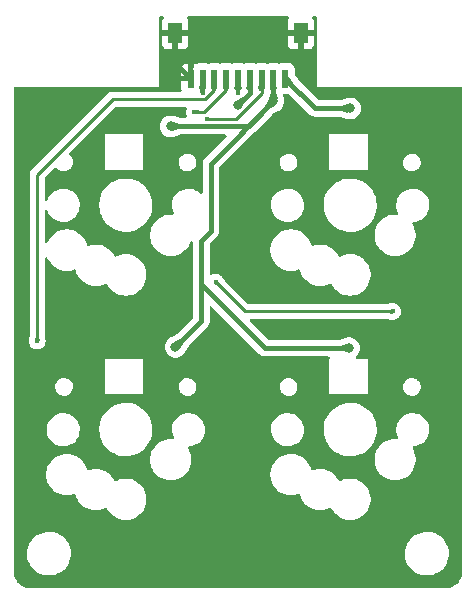
<source format=gtl>
G04 #@! TF.GenerationSoftware,KiCad,Pcbnew,7.0.8*
G04 #@! TF.CreationDate,2023-10-19T20:53:44-07:00*
G04 #@! TF.ProjectId,Seismos_4-Thumb,53656973-6d6f-4735-9f34-2d5468756d62,rev?*
G04 #@! TF.SameCoordinates,Original*
G04 #@! TF.FileFunction,Copper,L1,Top*
G04 #@! TF.FilePolarity,Positive*
%FSLAX46Y46*%
G04 Gerber Fmt 4.6, Leading zero omitted, Abs format (unit mm)*
G04 Created by KiCad (PCBNEW 7.0.8) date 2023-10-19 20:53:44*
%MOMM*%
%LPD*%
G01*
G04 APERTURE LIST*
G04 #@! TA.AperFunction,SMDPad,CuDef*
%ADD10R,0.600000X1.550000*%
G04 #@! TD*
G04 #@! TA.AperFunction,SMDPad,CuDef*
%ADD11R,1.200000X1.800000*%
G04 #@! TD*
G04 #@! TA.AperFunction,ViaPad*
%ADD12C,0.800000*%
G04 #@! TD*
G04 #@! TA.AperFunction,ViaPad*
%ADD13C,0.400000*%
G04 #@! TD*
G04 #@! TA.AperFunction,Conductor*
%ADD14C,0.381000*%
G04 #@! TD*
G04 #@! TA.AperFunction,Conductor*
%ADD15C,0.254000*%
G04 #@! TD*
G04 APERTURE END LIST*
D10*
X60500000Y-30275000D03*
X59500000Y-30275000D03*
X58500000Y-30275000D03*
X57500000Y-30275000D03*
X56500000Y-30275000D03*
X55500000Y-30275000D03*
X54500000Y-30275000D03*
X53500000Y-30275000D03*
X52500000Y-30275000D03*
D11*
X61800000Y-26400000D03*
X51200000Y-26400000D03*
D12*
X41800000Y-53100000D03*
X44000000Y-39200000D03*
X50700000Y-50500000D03*
X56500000Y-26400000D03*
D13*
X53500000Y-31500000D03*
X39500000Y-52500000D03*
X52800000Y-33103714D03*
X56500000Y-31500000D03*
D12*
X56486286Y-32513714D03*
D13*
X53900000Y-33710000D03*
X54600000Y-47500000D03*
X69600000Y-50000000D03*
D12*
X51200000Y-53000000D03*
X59500000Y-32200000D03*
X65900000Y-53100000D03*
X50796614Y-34336286D03*
X66000000Y-32800000D03*
D14*
X51200000Y-26400000D02*
X61800000Y-26400000D01*
X51200000Y-28975000D02*
X51200000Y-26400000D01*
X52500000Y-30275000D02*
X51200000Y-28975000D01*
D15*
X53500000Y-30275000D02*
X53500000Y-31500000D01*
X39500000Y-38423935D02*
X45896935Y-32027000D01*
X54500000Y-31245291D02*
X54500000Y-30275000D01*
X53718291Y-32027000D02*
X54500000Y-31245291D01*
X39500000Y-52500000D02*
X39500000Y-38423935D01*
X45896935Y-32027000D02*
X53718291Y-32027000D01*
X53650995Y-33103714D02*
X55500000Y-31254709D01*
X55500000Y-31254709D02*
X55500000Y-30275000D01*
X52800000Y-33103714D02*
X53650995Y-33103714D01*
X56500000Y-30275000D02*
X56500000Y-31500000D01*
D14*
X57500000Y-31500000D02*
X56486286Y-32513714D01*
X57500000Y-30275000D02*
X57500000Y-31500000D01*
D15*
X57100000Y-50000000D02*
X69600000Y-50000000D01*
X53900000Y-33710000D02*
X56318134Y-33710000D01*
X56318134Y-33710000D02*
X58500000Y-31528134D01*
X58500000Y-31528134D02*
X58500000Y-30275000D01*
X54600000Y-47500000D02*
X57100000Y-50000000D01*
D14*
X51200000Y-53000000D02*
X53400000Y-50800000D01*
X53400000Y-44000000D02*
X54200000Y-43200000D01*
X57400000Y-34300000D02*
X59500000Y-32200000D01*
X58800000Y-53100000D02*
X53400000Y-47700000D01*
X50796614Y-34336286D02*
X50832900Y-34300000D01*
X50832900Y-34300000D02*
X57400000Y-34300000D01*
X54200000Y-43200000D02*
X54200000Y-37500000D01*
X53400000Y-50800000D02*
X53400000Y-44000000D01*
X54200000Y-37500000D02*
X59500000Y-32200000D01*
X65900000Y-53100000D02*
X58800000Y-53100000D01*
X53400000Y-47700000D02*
X53400000Y-46200000D01*
X59500000Y-30275000D02*
X59500000Y-32200000D01*
X63025000Y-32800000D02*
X60500000Y-30275000D01*
X66000000Y-32800000D02*
X63025000Y-32800000D01*
G04 #@! TA.AperFunction,Conductor*
G36*
X59139990Y-32050853D02*
G01*
X59496195Y-32197436D01*
X59502542Y-32203754D01*
X59502563Y-32203804D01*
X59649145Y-32560007D01*
X59649124Y-32568961D01*
X59644092Y-32574639D01*
X59076764Y-32896001D01*
X59067876Y-32897097D01*
X59062724Y-32894094D01*
X58805905Y-32637275D01*
X58802478Y-32629002D01*
X58803997Y-32623237D01*
X59125362Y-32055905D01*
X59132419Y-32050398D01*
X59139990Y-32050853D01*
G37*
G04 #@! TD.AperFunction*
G04 #@! TA.AperFunction,Conductor*
G36*
X69595022Y-49804391D02*
G01*
X69599879Y-49811914D01*
X69600069Y-49813956D01*
X69601000Y-50000000D01*
X69600069Y-50186043D01*
X69596601Y-50194298D01*
X69588310Y-50197684D01*
X69586268Y-50197494D01*
X69209599Y-50128751D01*
X69202076Y-50123894D01*
X69200000Y-50117241D01*
X69200000Y-49882758D01*
X69203427Y-49874485D01*
X69209598Y-49871248D01*
X69586270Y-49802505D01*
X69595022Y-49804391D01*
G37*
G04 #@! TD.AperFunction*
G04 #@! TA.AperFunction,Conductor*
G36*
X59139990Y-32050853D02*
G01*
X59496195Y-32197436D01*
X59502542Y-32203754D01*
X59502563Y-32203804D01*
X59649145Y-32560007D01*
X59649124Y-32568961D01*
X59644092Y-32574639D01*
X59076764Y-32896001D01*
X59067876Y-32897097D01*
X59062724Y-32894094D01*
X58805905Y-32637275D01*
X58802478Y-32629002D01*
X58803997Y-32623237D01*
X59125362Y-32055905D01*
X59132419Y-32050398D01*
X59139990Y-32050853D01*
G37*
G04 #@! TD.AperFunction*
G04 #@! TA.AperFunction,Conductor*
G36*
X53913720Y-33512504D02*
G01*
X54290401Y-33581248D01*
X54297924Y-33586105D01*
X54300000Y-33592758D01*
X54300000Y-33827241D01*
X54296573Y-33835514D01*
X54290401Y-33838751D01*
X53913731Y-33907493D01*
X53904977Y-33905607D01*
X53900120Y-33898084D01*
X53899930Y-33896042D01*
X53899627Y-33835514D01*
X53899000Y-33710000D01*
X53899930Y-33523955D01*
X53903398Y-33515701D01*
X53911689Y-33512315D01*
X53913720Y-33512504D01*
G37*
G04 #@! TD.AperFunction*
G04 #@! TA.AperFunction,Conductor*
G36*
X54510289Y-30304831D02*
G01*
X54510741Y-30306028D01*
X54744338Y-31044773D01*
X54743564Y-31053694D01*
X54743032Y-31054614D01*
X54523606Y-31396896D01*
X54516256Y-31402012D01*
X54507442Y-31400432D01*
X54505483Y-31398855D01*
X54503524Y-31396896D01*
X54336432Y-31229804D01*
X54335914Y-31229209D01*
X54203948Y-31055206D01*
X54201679Y-31046544D01*
X54202359Y-31043914D01*
X54488677Y-30305324D01*
X54494861Y-30298851D01*
X54503814Y-30298646D01*
X54510289Y-30304831D01*
G37*
G04 #@! TD.AperFunction*
G04 #@! TA.AperFunction,Conductor*
G36*
X59689871Y-31403427D02*
G01*
X59692874Y-31408579D01*
X59866798Y-32036979D01*
X59865702Y-32045867D01*
X59860024Y-32050899D01*
X59504502Y-32199123D01*
X59495548Y-32199144D01*
X59495498Y-32199123D01*
X59139975Y-32050899D01*
X59133657Y-32044552D01*
X59133201Y-32036979D01*
X59307126Y-31408579D01*
X59312635Y-31401520D01*
X59318402Y-31400000D01*
X59681598Y-31400000D01*
X59689871Y-31403427D01*
G37*
G04 #@! TD.AperFunction*
G04 #@! TA.AperFunction,Conductor*
G36*
X58510700Y-30301714D02*
G01*
X58510913Y-30302228D01*
X58797983Y-31044782D01*
X58797770Y-31053734D01*
X58797205Y-31054846D01*
X58630376Y-31344145D01*
X58623275Y-31349600D01*
X58620241Y-31350000D01*
X58379759Y-31350000D01*
X58371486Y-31346573D01*
X58369624Y-31344145D01*
X58299347Y-31222279D01*
X58202793Y-31054844D01*
X58201629Y-31045967D01*
X58202009Y-31044803D01*
X58489087Y-30302227D01*
X58495267Y-30295747D01*
X58504219Y-30295534D01*
X58510700Y-30301714D01*
G37*
G04 #@! TD.AperFunction*
G04 #@! TA.AperFunction,Conductor*
G36*
X65845867Y-32434297D02*
G01*
X65850899Y-32439975D01*
X65999123Y-32795498D01*
X65999144Y-32804452D01*
X65999123Y-32804502D01*
X65850899Y-33160024D01*
X65844552Y-33166342D01*
X65836979Y-33166798D01*
X65208579Y-32992874D01*
X65201520Y-32987365D01*
X65200000Y-32981598D01*
X65200000Y-32618401D01*
X65203427Y-32610128D01*
X65208577Y-32607126D01*
X65836979Y-32433201D01*
X65845867Y-32434297D01*
G37*
G04 #@! TD.AperFunction*
G04 #@! TA.AperFunction,Conductor*
G36*
X51637275Y-52305905D02*
G01*
X51894094Y-52562724D01*
X51897521Y-52570997D01*
X51896001Y-52576764D01*
X51574639Y-53144092D01*
X51567580Y-53149601D01*
X51560007Y-53149145D01*
X51203804Y-53002563D01*
X51197457Y-52996245D01*
X51197436Y-52996195D01*
X51050854Y-52639992D01*
X51050875Y-52631038D01*
X51055904Y-52625362D01*
X51623236Y-52303997D01*
X51632123Y-52302902D01*
X51637275Y-52305905D01*
G37*
G04 #@! TD.AperFunction*
G04 #@! TA.AperFunction,Conductor*
G36*
X53625515Y-31103427D02*
G01*
X53628752Y-31109599D01*
X53697494Y-31486268D01*
X53695608Y-31495022D01*
X53688085Y-31499879D01*
X53686043Y-31500069D01*
X53500000Y-31501000D01*
X53313956Y-31500069D01*
X53305701Y-31496601D01*
X53302315Y-31488310D01*
X53302503Y-31486280D01*
X53371248Y-31109598D01*
X53376105Y-31102076D01*
X53382758Y-31100000D01*
X53617242Y-31100000D01*
X53625515Y-31103427D01*
G37*
G04 #@! TD.AperFunction*
G04 #@! TA.AperFunction,Conductor*
G36*
X65745867Y-52734297D02*
G01*
X65750899Y-52739975D01*
X65899123Y-53095498D01*
X65899144Y-53104452D01*
X65899123Y-53104502D01*
X65750899Y-53460024D01*
X65744552Y-53466342D01*
X65736979Y-53466798D01*
X65108579Y-53292874D01*
X65101520Y-53287365D01*
X65100000Y-53281598D01*
X65100000Y-52918401D01*
X65103427Y-52910128D01*
X65108577Y-52907126D01*
X65736979Y-52733201D01*
X65745867Y-52734297D01*
G37*
G04 #@! TD.AperFunction*
G04 #@! TA.AperFunction,Conductor*
G36*
X52813720Y-32906218D02*
G01*
X53190401Y-32974962D01*
X53197924Y-32979819D01*
X53200000Y-32986472D01*
X53200000Y-33220955D01*
X53196573Y-33229228D01*
X53190401Y-33232465D01*
X52813731Y-33301208D01*
X52804977Y-33299322D01*
X52800120Y-33291799D01*
X52799930Y-33289757D01*
X52799627Y-33229228D01*
X52799000Y-33103714D01*
X52799930Y-32917669D01*
X52803398Y-32909415D01*
X52811689Y-32906029D01*
X52813720Y-32906218D01*
G37*
G04 #@! TD.AperFunction*
G04 #@! TA.AperFunction,Conductor*
G36*
X53510700Y-30301714D02*
G01*
X53510913Y-30302228D01*
X53797983Y-31044782D01*
X53797770Y-31053734D01*
X53797205Y-31054846D01*
X53630376Y-31344145D01*
X53623275Y-31349600D01*
X53620241Y-31350000D01*
X53379759Y-31350000D01*
X53371486Y-31346573D01*
X53369624Y-31344145D01*
X53299347Y-31222279D01*
X53202793Y-31054844D01*
X53201629Y-31045967D01*
X53202009Y-31044803D01*
X53489087Y-30302227D01*
X53495267Y-30295747D01*
X53504219Y-30295534D01*
X53510700Y-30301714D01*
G37*
G04 #@! TD.AperFunction*
G04 #@! TA.AperFunction,Conductor*
G36*
X56625515Y-31103427D02*
G01*
X56628752Y-31109599D01*
X56697494Y-31486268D01*
X56695608Y-31495022D01*
X56688085Y-31499879D01*
X56686043Y-31500069D01*
X56500000Y-31501000D01*
X56313956Y-31500069D01*
X56305701Y-31496601D01*
X56302315Y-31488310D01*
X56302503Y-31486280D01*
X56371248Y-31109598D01*
X56376105Y-31102076D01*
X56382758Y-31100000D01*
X56617242Y-31100000D01*
X56625515Y-31103427D01*
G37*
G04 #@! TD.AperFunction*
G04 #@! TA.AperFunction,Conductor*
G36*
X54748048Y-47368481D02*
G01*
X54749358Y-47370060D01*
X54930101Y-47631502D01*
X54967095Y-47685012D01*
X54968981Y-47693766D01*
X54965744Y-47699938D01*
X54799938Y-47865744D01*
X54791665Y-47869171D01*
X54785012Y-47867095D01*
X54470060Y-47649358D01*
X54465203Y-47641835D01*
X54467089Y-47633081D01*
X54468399Y-47631502D01*
X54599293Y-47499293D01*
X54731502Y-47368398D01*
X54739792Y-47365013D01*
X54748048Y-47368481D01*
G37*
G04 #@! TD.AperFunction*
G04 #@! TA.AperFunction,Conductor*
G36*
X56923561Y-31819619D02*
G01*
X57180380Y-32076438D01*
X57183807Y-32084711D01*
X57182287Y-32090478D01*
X56860925Y-32657806D01*
X56853866Y-32663315D01*
X56846293Y-32662859D01*
X56490090Y-32516277D01*
X56483743Y-32509959D01*
X56483722Y-32509909D01*
X56337140Y-32153706D01*
X56337161Y-32144752D01*
X56342190Y-32139076D01*
X56909522Y-31817711D01*
X56918409Y-31816616D01*
X56923561Y-31819619D01*
G37*
G04 #@! TD.AperFunction*
G04 #@! TA.AperFunction,Conductor*
G36*
X60800241Y-30154341D02*
G01*
X60805357Y-30158485D01*
X61141286Y-30644401D01*
X61143172Y-30653155D01*
X61139935Y-30659327D01*
X60877428Y-30921835D01*
X60812374Y-30986888D01*
X60804101Y-30990315D01*
X60795828Y-30986888D01*
X60793295Y-30983100D01*
X60503789Y-30285134D01*
X60503785Y-30276181D01*
X60510112Y-30269847D01*
X60791287Y-30154316D01*
X60800241Y-30154341D01*
G37*
G04 #@! TD.AperFunction*
G04 #@! TA.AperFunction,Conductor*
G36*
X39625515Y-52103427D02*
G01*
X39628752Y-52109599D01*
X39697494Y-52486268D01*
X39695608Y-52495022D01*
X39688085Y-52499879D01*
X39686043Y-52500069D01*
X39500000Y-52501000D01*
X39313956Y-52500069D01*
X39305701Y-52496601D01*
X39302315Y-52488310D01*
X39302503Y-52486280D01*
X39371248Y-52109598D01*
X39376105Y-52102076D01*
X39382758Y-52100000D01*
X39617242Y-52100000D01*
X39625515Y-52103427D01*
G37*
G04 #@! TD.AperFunction*
G04 #@! TA.AperFunction,Conductor*
G36*
X51580245Y-34107457D02*
G01*
X51587573Y-34112603D01*
X51589396Y-34118876D01*
X51589396Y-34482092D01*
X51585969Y-34490365D01*
X51581429Y-34493181D01*
X50960022Y-34702358D01*
X50951088Y-34701749D01*
X50945490Y-34695771D01*
X50861026Y-34493181D01*
X50797489Y-34340785D01*
X50797469Y-34331836D01*
X50945913Y-33975785D01*
X50952259Y-33969469D01*
X50959258Y-33968870D01*
X51580245Y-34107457D01*
G37*
G04 #@! TD.AperFunction*
G04 #@! TA.AperFunction,Conductor*
G36*
X59510700Y-30301714D02*
G01*
X59510913Y-30302228D01*
X59798414Y-31045898D01*
X59798492Y-31054129D01*
X59693306Y-31342312D01*
X59687250Y-31348908D01*
X59682315Y-31350000D01*
X59317685Y-31350000D01*
X59309412Y-31346573D01*
X59306694Y-31342312D01*
X59201507Y-31054129D01*
X59201584Y-31045900D01*
X59489087Y-30302227D01*
X59495267Y-30295747D01*
X59504219Y-30295534D01*
X59510700Y-30301714D01*
G37*
G04 #@! TD.AperFunction*
G04 #@! TA.AperFunction,Conductor*
G36*
X55510400Y-30304546D02*
G01*
X55510831Y-30305678D01*
X55749252Y-31044789D01*
X55748530Y-31053715D01*
X55748010Y-31054628D01*
X55530236Y-31399515D01*
X55522921Y-31404680D01*
X55514096Y-31403161D01*
X55512070Y-31401541D01*
X55343069Y-31232540D01*
X55342600Y-31232011D01*
X55337890Y-31225999D01*
X55204103Y-31055237D01*
X55201699Y-31046613D01*
X55202403Y-31043799D01*
X55488787Y-30305040D01*
X55494972Y-30298566D01*
X55503925Y-30298361D01*
X55510400Y-30304546D01*
G37*
G04 #@! TD.AperFunction*
G04 #@! TA.AperFunction,Conductor*
G36*
X57510700Y-30301714D02*
G01*
X57510913Y-30302228D01*
X57798414Y-31045898D01*
X57798492Y-31054129D01*
X57693306Y-31342312D01*
X57687250Y-31348908D01*
X57682315Y-31350000D01*
X57317685Y-31350000D01*
X57309412Y-31346573D01*
X57306694Y-31342312D01*
X57201507Y-31054129D01*
X57201584Y-31045900D01*
X57489087Y-30302227D01*
X57495267Y-30295747D01*
X57504219Y-30295534D01*
X57510700Y-30301714D01*
G37*
G04 #@! TD.AperFunction*
G04 #@! TA.AperFunction,Conductor*
G36*
X56510700Y-30301714D02*
G01*
X56510913Y-30302228D01*
X56797983Y-31044782D01*
X56797770Y-31053734D01*
X56797205Y-31054846D01*
X56630376Y-31344145D01*
X56623275Y-31349600D01*
X56620241Y-31350000D01*
X56379759Y-31350000D01*
X56371486Y-31346573D01*
X56369624Y-31344145D01*
X56299347Y-31222279D01*
X56202793Y-31054844D01*
X56201629Y-31045967D01*
X56202009Y-31044803D01*
X56489087Y-30302227D01*
X56495267Y-30295747D01*
X56504219Y-30295534D01*
X56510700Y-30301714D01*
G37*
G04 #@! TD.AperFunction*
G04 #@! TA.AperFunction,Conductor*
G36*
X50168662Y-25020185D02*
G01*
X50214417Y-25072989D01*
X50224361Y-25142147D01*
X50200889Y-25198812D01*
X50156647Y-25257910D01*
X50156645Y-25257913D01*
X50106403Y-25392620D01*
X50106401Y-25392627D01*
X50100000Y-25452155D01*
X50100000Y-26150000D01*
X52300000Y-26150000D01*
X52300000Y-25452172D01*
X52299999Y-25452155D01*
X52293598Y-25392627D01*
X52293596Y-25392620D01*
X52243354Y-25257913D01*
X52243352Y-25257910D01*
X52199111Y-25198812D01*
X52174693Y-25133348D01*
X52189544Y-25065074D01*
X52238949Y-25015669D01*
X52298377Y-25000500D01*
X60701623Y-25000500D01*
X60768662Y-25020185D01*
X60814417Y-25072989D01*
X60824361Y-25142147D01*
X60800889Y-25198812D01*
X60756647Y-25257910D01*
X60756645Y-25257913D01*
X60706403Y-25392620D01*
X60706401Y-25392627D01*
X60700000Y-25452155D01*
X60700000Y-26150000D01*
X62900000Y-26150000D01*
X62900000Y-25452172D01*
X62899999Y-25452155D01*
X62893598Y-25392627D01*
X62893596Y-25392620D01*
X62843354Y-25257913D01*
X62843352Y-25257910D01*
X62799111Y-25198812D01*
X62774693Y-25133348D01*
X62789544Y-25065074D01*
X62838949Y-25015669D01*
X62898377Y-25000500D01*
X63075500Y-25000500D01*
X63142539Y-25020185D01*
X63188294Y-25072989D01*
X63199500Y-25124500D01*
X63199500Y-30975467D01*
X63199416Y-30975889D01*
X63199459Y-31000001D01*
X63199500Y-31000099D01*
X63199616Y-31000382D01*
X63199618Y-31000384D01*
X63199808Y-31000462D01*
X63200000Y-31000541D01*
X63200002Y-31000539D01*
X63224616Y-31000524D01*
X63224616Y-31000528D01*
X63224760Y-31000500D01*
X65999901Y-31000500D01*
X75375500Y-31000500D01*
X75442539Y-31020185D01*
X75488294Y-31072989D01*
X75499500Y-31124500D01*
X75499500Y-71937121D01*
X75499342Y-71941547D01*
X75494687Y-72006603D01*
X75482856Y-72156385D01*
X75481631Y-72164692D01*
X75461691Y-72256354D01*
X75432960Y-72376020D01*
X75430762Y-72383219D01*
X75395594Y-72477504D01*
X75350781Y-72585691D01*
X75347915Y-72591682D01*
X75299029Y-72681211D01*
X75297476Y-72683892D01*
X75238121Y-72780752D01*
X75234889Y-72785515D01*
X75173121Y-72868029D01*
X75170633Y-72871140D01*
X75097464Y-72956814D01*
X75094158Y-72960390D01*
X75021035Y-73033516D01*
X75017459Y-73036822D01*
X74931794Y-73109990D01*
X74928683Y-73112479D01*
X74846152Y-73174265D01*
X74841389Y-73177498D01*
X74744564Y-73236836D01*
X74741882Y-73238389D01*
X74652335Y-73287290D01*
X74646344Y-73290156D01*
X74538171Y-73334969D01*
X74443871Y-73370146D01*
X74436672Y-73372344D01*
X74357168Y-73391436D01*
X74316997Y-73401082D01*
X74225384Y-73421015D01*
X74217061Y-73422243D01*
X74061300Y-73434511D01*
X74029511Y-73436787D01*
X74003033Y-73438682D01*
X73998624Y-73438840D01*
X39002217Y-73438840D01*
X38997791Y-73438682D01*
X38927771Y-73433673D01*
X38783790Y-73422379D01*
X38775449Y-73421150D01*
X38677521Y-73399847D01*
X38564251Y-73372652D01*
X38557058Y-73370456D01*
X38499058Y-73348823D01*
X38458702Y-73333770D01*
X38354636Y-73290663D01*
X38348645Y-73287796D01*
X38258165Y-73238389D01*
X38256031Y-73237223D01*
X38253359Y-73235677D01*
X38159647Y-73178247D01*
X38154885Y-73175016D01*
X38069847Y-73111355D01*
X38066735Y-73108866D01*
X37983620Y-73037875D01*
X37980045Y-73034570D01*
X37927288Y-72981813D01*
X37904770Y-72959295D01*
X37901491Y-72955746D01*
X37830479Y-72872599D01*
X37828024Y-72869530D01*
X37764339Y-72784452D01*
X37761114Y-72779697D01*
X37703669Y-72685949D01*
X37702163Y-72683349D01*
X37651572Y-72590691D01*
X37648710Y-72584711D01*
X37605610Y-72480648D01*
X37599791Y-72465046D01*
X37568923Y-72382277D01*
X37566729Y-72375089D01*
X37539534Y-72261796D01*
X37518231Y-72163853D01*
X37517008Y-72155552D01*
X37506142Y-72017438D01*
X37500658Y-71940707D01*
X37500500Y-71936285D01*
X37500500Y-70567763D01*
X38645787Y-70567763D01*
X38675413Y-70837013D01*
X38675415Y-70837024D01*
X38743926Y-71099082D01*
X38743928Y-71099088D01*
X38849870Y-71348390D01*
X38921998Y-71466575D01*
X38990979Y-71579605D01*
X38990986Y-71579615D01*
X39164253Y-71787819D01*
X39164259Y-71787824D01*
X39365998Y-71968582D01*
X39591910Y-72118044D01*
X39837176Y-72233020D01*
X39837183Y-72233022D01*
X39837185Y-72233023D01*
X40096557Y-72311057D01*
X40096564Y-72311058D01*
X40096569Y-72311060D01*
X40364561Y-72350500D01*
X40364566Y-72350500D01*
X40567636Y-72350500D01*
X40619133Y-72346730D01*
X40770156Y-72335677D01*
X40882758Y-72310593D01*
X41034546Y-72276782D01*
X41034548Y-72276781D01*
X41034553Y-72276780D01*
X41287558Y-72180014D01*
X41523777Y-72047441D01*
X41738177Y-71881888D01*
X41926186Y-71686881D01*
X42083799Y-71466579D01*
X42157787Y-71322669D01*
X42207649Y-71225690D01*
X42207651Y-71225684D01*
X42207656Y-71225675D01*
X42295118Y-70969305D01*
X42344319Y-70702933D01*
X42349259Y-70567763D01*
X70645787Y-70567763D01*
X70675413Y-70837013D01*
X70675415Y-70837024D01*
X70743926Y-71099082D01*
X70743928Y-71099088D01*
X70849870Y-71348390D01*
X70921998Y-71466575D01*
X70990979Y-71579605D01*
X70990986Y-71579615D01*
X71164253Y-71787819D01*
X71164259Y-71787824D01*
X71365998Y-71968582D01*
X71591910Y-72118044D01*
X71837176Y-72233020D01*
X71837183Y-72233022D01*
X71837185Y-72233023D01*
X72096557Y-72311057D01*
X72096564Y-72311058D01*
X72096569Y-72311060D01*
X72364561Y-72350500D01*
X72364566Y-72350500D01*
X72567636Y-72350500D01*
X72619133Y-72346730D01*
X72770156Y-72335677D01*
X72882758Y-72310593D01*
X73034546Y-72276782D01*
X73034548Y-72276781D01*
X73034553Y-72276780D01*
X73287558Y-72180014D01*
X73523777Y-72047441D01*
X73738177Y-71881888D01*
X73926186Y-71686881D01*
X74083799Y-71466579D01*
X74157787Y-71322669D01*
X74207649Y-71225690D01*
X74207651Y-71225684D01*
X74207656Y-71225675D01*
X74295118Y-70969305D01*
X74344319Y-70702933D01*
X74354212Y-70432235D01*
X74324586Y-70162982D01*
X74256072Y-69900912D01*
X74150130Y-69651610D01*
X74009018Y-69420390D01*
X73919747Y-69313119D01*
X73835746Y-69212180D01*
X73835740Y-69212175D01*
X73634002Y-69031418D01*
X73408092Y-68881957D01*
X73408090Y-68881956D01*
X73162824Y-68766980D01*
X73162819Y-68766978D01*
X73162814Y-68766976D01*
X72903442Y-68688942D01*
X72903428Y-68688939D01*
X72787791Y-68671921D01*
X72635439Y-68649500D01*
X72432369Y-68649500D01*
X72432364Y-68649500D01*
X72229844Y-68664323D01*
X72229831Y-68664325D01*
X71965453Y-68723217D01*
X71965446Y-68723220D01*
X71712439Y-68819987D01*
X71476226Y-68952557D01*
X71261822Y-69118112D01*
X71073822Y-69313109D01*
X71073816Y-69313116D01*
X70916202Y-69533419D01*
X70916199Y-69533424D01*
X70792350Y-69774309D01*
X70792343Y-69774327D01*
X70704884Y-70030685D01*
X70704881Y-70030699D01*
X70655681Y-70297068D01*
X70655680Y-70297075D01*
X70645787Y-70567763D01*
X42349259Y-70567763D01*
X42354212Y-70432235D01*
X42324586Y-70162982D01*
X42256072Y-69900912D01*
X42150130Y-69651610D01*
X42009018Y-69420390D01*
X41919747Y-69313119D01*
X41835746Y-69212180D01*
X41835740Y-69212175D01*
X41634002Y-69031418D01*
X41408092Y-68881957D01*
X41408090Y-68881956D01*
X41162824Y-68766980D01*
X41162819Y-68766978D01*
X41162814Y-68766976D01*
X40903442Y-68688942D01*
X40903428Y-68688939D01*
X40787791Y-68671921D01*
X40635439Y-68649500D01*
X40432369Y-68649500D01*
X40432364Y-68649500D01*
X40229844Y-68664323D01*
X40229831Y-68664325D01*
X39965453Y-68723217D01*
X39965446Y-68723220D01*
X39712439Y-68819987D01*
X39476226Y-68952557D01*
X39261822Y-69118112D01*
X39073822Y-69313109D01*
X39073816Y-69313116D01*
X38916202Y-69533419D01*
X38916199Y-69533424D01*
X38792350Y-69774309D01*
X38792343Y-69774327D01*
X38704884Y-70030685D01*
X38704881Y-70030699D01*
X38655681Y-70297068D01*
X38655680Y-70297075D01*
X38645787Y-70567763D01*
X37500500Y-70567763D01*
X37500500Y-63931187D01*
X40249500Y-63931187D01*
X40269794Y-64065823D01*
X40288604Y-64190615D01*
X40288605Y-64190617D01*
X40288606Y-64190623D01*
X40365938Y-64441326D01*
X40479767Y-64677696D01*
X40479768Y-64677697D01*
X40479770Y-64677700D01*
X40479772Y-64677704D01*
X40627567Y-64894479D01*
X40806014Y-65086801D01*
X40806018Y-65086804D01*
X40806019Y-65086805D01*
X41011143Y-65250386D01*
X41238357Y-65381568D01*
X41482584Y-65477420D01*
X41738370Y-65535802D01*
X41738376Y-65535802D01*
X41738379Y-65535803D01*
X41934500Y-65550500D01*
X41934506Y-65550500D01*
X42065500Y-65550500D01*
X42261620Y-65535803D01*
X42261622Y-65535802D01*
X42261630Y-65535802D01*
X42517416Y-65477420D01*
X42601111Y-65444571D01*
X42670705Y-65438403D01*
X42732588Y-65470840D01*
X42764900Y-65523448D01*
X42825937Y-65721323D01*
X42825938Y-65721326D01*
X42939767Y-65957696D01*
X42939768Y-65957697D01*
X42939770Y-65957700D01*
X42939772Y-65957704D01*
X42989869Y-66031182D01*
X43087567Y-66174479D01*
X43266014Y-66366801D01*
X43266018Y-66366804D01*
X43266019Y-66366805D01*
X43471143Y-66530386D01*
X43698357Y-66661568D01*
X43942584Y-66757420D01*
X44198370Y-66815802D01*
X44198376Y-66815802D01*
X44198379Y-66815803D01*
X44394500Y-66830500D01*
X44394506Y-66830500D01*
X44525500Y-66830500D01*
X44721620Y-66815803D01*
X44721622Y-66815802D01*
X44721630Y-66815802D01*
X44977416Y-66757420D01*
X45221643Y-66661568D01*
X45221646Y-66661566D01*
X45221647Y-66661566D01*
X45264118Y-66637045D01*
X45332018Y-66620571D01*
X45398045Y-66643423D01*
X45437839Y-66690630D01*
X45479767Y-66777695D01*
X45479768Y-66777697D01*
X45479770Y-66777700D01*
X45479772Y-66777704D01*
X45505747Y-66815802D01*
X45627567Y-66994479D01*
X45806014Y-67186801D01*
X45806018Y-67186804D01*
X45806019Y-67186805D01*
X46011143Y-67350386D01*
X46238357Y-67481568D01*
X46482584Y-67577420D01*
X46738370Y-67635802D01*
X46738376Y-67635802D01*
X46738379Y-67635803D01*
X46934500Y-67650500D01*
X46934506Y-67650500D01*
X47065500Y-67650500D01*
X47261620Y-67635803D01*
X47261622Y-67635802D01*
X47261630Y-67635802D01*
X47517416Y-67577420D01*
X47761643Y-67481568D01*
X47988857Y-67350386D01*
X48193981Y-67186805D01*
X48372433Y-66994479D01*
X48520228Y-66777704D01*
X48634063Y-66541323D01*
X48711396Y-66290615D01*
X48750500Y-66031182D01*
X48750500Y-65768818D01*
X48711396Y-65509385D01*
X48634063Y-65258677D01*
X48551292Y-65086801D01*
X48520232Y-65022303D01*
X48520231Y-65022302D01*
X48520230Y-65022301D01*
X48520228Y-65022296D01*
X48372433Y-64805521D01*
X48362441Y-64794753D01*
X48193985Y-64613198D01*
X48154533Y-64581736D01*
X47988857Y-64449614D01*
X47761643Y-64318432D01*
X47517416Y-64222580D01*
X47517411Y-64222578D01*
X47517402Y-64222576D01*
X47299818Y-64172914D01*
X47261630Y-64164198D01*
X47261629Y-64164197D01*
X47261625Y-64164197D01*
X47261620Y-64164196D01*
X47065500Y-64149500D01*
X47065494Y-64149500D01*
X46934506Y-64149500D01*
X46934500Y-64149500D01*
X46738379Y-64164196D01*
X46738374Y-64164197D01*
X46482597Y-64222576D01*
X46482578Y-64222582D01*
X46238363Y-64318429D01*
X46238357Y-64318432D01*
X46195877Y-64342957D01*
X46127977Y-64359427D01*
X46061951Y-64336574D01*
X46022160Y-64289369D01*
X45980232Y-64202303D01*
X45980231Y-64202302D01*
X45980230Y-64202301D01*
X45980228Y-64202296D01*
X45832433Y-63985521D01*
X45782014Y-63931182D01*
X45653985Y-63793198D01*
X45498017Y-63668818D01*
X45448857Y-63629614D01*
X45221643Y-63498432D01*
X44977416Y-63402580D01*
X44977411Y-63402578D01*
X44977402Y-63402576D01*
X44759818Y-63352914D01*
X44721630Y-63344198D01*
X44721629Y-63344197D01*
X44721625Y-63344197D01*
X44721620Y-63344196D01*
X44525500Y-63329500D01*
X44525494Y-63329500D01*
X44394506Y-63329500D01*
X44394500Y-63329500D01*
X44198379Y-63344196D01*
X44198374Y-63344197D01*
X43942585Y-63402579D01*
X43858890Y-63435426D01*
X43789293Y-63441593D01*
X43727410Y-63409155D01*
X43695098Y-63356547D01*
X43641048Y-63181323D01*
X43634063Y-63158677D01*
X43622121Y-63133880D01*
X43520232Y-62922303D01*
X43520231Y-62922302D01*
X43520230Y-62922301D01*
X43520228Y-62922296D01*
X43372433Y-62705521D01*
X43340576Y-62671187D01*
X49059500Y-62671187D01*
X49079794Y-62805823D01*
X49098604Y-62930615D01*
X49098605Y-62930617D01*
X49098606Y-62930623D01*
X49175938Y-63181326D01*
X49289767Y-63417696D01*
X49289768Y-63417697D01*
X49289770Y-63417700D01*
X49289772Y-63417704D01*
X49338126Y-63488626D01*
X49437567Y-63634479D01*
X49616014Y-63826801D01*
X49616018Y-63826804D01*
X49616019Y-63826805D01*
X49821143Y-63990386D01*
X50048357Y-64121568D01*
X50292584Y-64217420D01*
X50548370Y-64275802D01*
X50548376Y-64275802D01*
X50548379Y-64275803D01*
X50744500Y-64290500D01*
X50744506Y-64290500D01*
X50875500Y-64290500D01*
X51071620Y-64275803D01*
X51071622Y-64275802D01*
X51071630Y-64275802D01*
X51327416Y-64217420D01*
X51571643Y-64121568D01*
X51798857Y-63990386D01*
X51873090Y-63931187D01*
X59249500Y-63931187D01*
X59269794Y-64065823D01*
X59288604Y-64190615D01*
X59288605Y-64190617D01*
X59288606Y-64190623D01*
X59365938Y-64441326D01*
X59479767Y-64677696D01*
X59479768Y-64677697D01*
X59479770Y-64677700D01*
X59479772Y-64677704D01*
X59627567Y-64894479D01*
X59806014Y-65086801D01*
X59806018Y-65086804D01*
X59806019Y-65086805D01*
X60011143Y-65250386D01*
X60238357Y-65381568D01*
X60482584Y-65477420D01*
X60738370Y-65535802D01*
X60738376Y-65535802D01*
X60738379Y-65535803D01*
X60934500Y-65550500D01*
X60934506Y-65550500D01*
X61065500Y-65550500D01*
X61261620Y-65535803D01*
X61261622Y-65535802D01*
X61261630Y-65535802D01*
X61517416Y-65477420D01*
X61601111Y-65444571D01*
X61670705Y-65438403D01*
X61732588Y-65470840D01*
X61764900Y-65523448D01*
X61825937Y-65721323D01*
X61825938Y-65721326D01*
X61939767Y-65957696D01*
X61939768Y-65957697D01*
X61939770Y-65957700D01*
X61939772Y-65957704D01*
X61989869Y-66031182D01*
X62087567Y-66174479D01*
X62266014Y-66366801D01*
X62266018Y-66366804D01*
X62266019Y-66366805D01*
X62471143Y-66530386D01*
X62698357Y-66661568D01*
X62942584Y-66757420D01*
X63198370Y-66815802D01*
X63198376Y-66815802D01*
X63198379Y-66815803D01*
X63394500Y-66830500D01*
X63394506Y-66830500D01*
X63525500Y-66830500D01*
X63721620Y-66815803D01*
X63721622Y-66815802D01*
X63721630Y-66815802D01*
X63977416Y-66757420D01*
X64221643Y-66661568D01*
X64221646Y-66661566D01*
X64221647Y-66661566D01*
X64264118Y-66637045D01*
X64332018Y-66620571D01*
X64398045Y-66643423D01*
X64437839Y-66690630D01*
X64479767Y-66777695D01*
X64479768Y-66777697D01*
X64479770Y-66777700D01*
X64479772Y-66777704D01*
X64505747Y-66815802D01*
X64627567Y-66994479D01*
X64806014Y-67186801D01*
X64806018Y-67186804D01*
X64806019Y-67186805D01*
X65011143Y-67350386D01*
X65238357Y-67481568D01*
X65482584Y-67577420D01*
X65738370Y-67635802D01*
X65738376Y-67635802D01*
X65738379Y-67635803D01*
X65934500Y-67650500D01*
X65934506Y-67650500D01*
X66065500Y-67650500D01*
X66261620Y-67635803D01*
X66261622Y-67635802D01*
X66261630Y-67635802D01*
X66517416Y-67577420D01*
X66761643Y-67481568D01*
X66988857Y-67350386D01*
X67193981Y-67186805D01*
X67372433Y-66994479D01*
X67520228Y-66777704D01*
X67634063Y-66541323D01*
X67711396Y-66290615D01*
X67750500Y-66031182D01*
X67750500Y-65768818D01*
X67711396Y-65509385D01*
X67634063Y-65258677D01*
X67551292Y-65086801D01*
X67520232Y-65022303D01*
X67520231Y-65022302D01*
X67520230Y-65022301D01*
X67520228Y-65022296D01*
X67372433Y-64805521D01*
X67362441Y-64794753D01*
X67193985Y-64613198D01*
X67154533Y-64581736D01*
X66988857Y-64449614D01*
X66761643Y-64318432D01*
X66517416Y-64222580D01*
X66517411Y-64222578D01*
X66517402Y-64222576D01*
X66299818Y-64172914D01*
X66261630Y-64164198D01*
X66261629Y-64164197D01*
X66261625Y-64164197D01*
X66261620Y-64164196D01*
X66065500Y-64149500D01*
X66065494Y-64149500D01*
X65934506Y-64149500D01*
X65934500Y-64149500D01*
X65738379Y-64164196D01*
X65738374Y-64164197D01*
X65482597Y-64222576D01*
X65482578Y-64222582D01*
X65238363Y-64318429D01*
X65238357Y-64318432D01*
X65195877Y-64342957D01*
X65127977Y-64359427D01*
X65061951Y-64336574D01*
X65022160Y-64289369D01*
X64980232Y-64202303D01*
X64980231Y-64202302D01*
X64980230Y-64202301D01*
X64980228Y-64202296D01*
X64832433Y-63985521D01*
X64782014Y-63931182D01*
X64653985Y-63793198D01*
X64498017Y-63668818D01*
X64448857Y-63629614D01*
X64221643Y-63498432D01*
X63977416Y-63402580D01*
X63977411Y-63402578D01*
X63977402Y-63402576D01*
X63759818Y-63352914D01*
X63721630Y-63344198D01*
X63721629Y-63344197D01*
X63721625Y-63344197D01*
X63721620Y-63344196D01*
X63525500Y-63329500D01*
X63525494Y-63329500D01*
X63394506Y-63329500D01*
X63394500Y-63329500D01*
X63198379Y-63344196D01*
X63198374Y-63344197D01*
X62942585Y-63402579D01*
X62858890Y-63435426D01*
X62789293Y-63441593D01*
X62727410Y-63409155D01*
X62695098Y-63356547D01*
X62641048Y-63181323D01*
X62634063Y-63158677D01*
X62622121Y-63133880D01*
X62520232Y-62922303D01*
X62520231Y-62922302D01*
X62520230Y-62922301D01*
X62520228Y-62922296D01*
X62372433Y-62705521D01*
X62340576Y-62671187D01*
X68059500Y-62671187D01*
X68079794Y-62805823D01*
X68098604Y-62930615D01*
X68098605Y-62930617D01*
X68098606Y-62930623D01*
X68175938Y-63181326D01*
X68289767Y-63417696D01*
X68289768Y-63417697D01*
X68289770Y-63417700D01*
X68289772Y-63417704D01*
X68338126Y-63488626D01*
X68437567Y-63634479D01*
X68616014Y-63826801D01*
X68616018Y-63826804D01*
X68616019Y-63826805D01*
X68821143Y-63990386D01*
X69048357Y-64121568D01*
X69292584Y-64217420D01*
X69548370Y-64275802D01*
X69548376Y-64275802D01*
X69548379Y-64275803D01*
X69744500Y-64290500D01*
X69744506Y-64290500D01*
X69875500Y-64290500D01*
X70071620Y-64275803D01*
X70071622Y-64275802D01*
X70071630Y-64275802D01*
X70327416Y-64217420D01*
X70571643Y-64121568D01*
X70798857Y-63990386D01*
X71003981Y-63826805D01*
X71035167Y-63793195D01*
X71043945Y-63783733D01*
X71182433Y-63634479D01*
X71330228Y-63417704D01*
X71444063Y-63181323D01*
X71521396Y-62930615D01*
X71560500Y-62671182D01*
X71560500Y-62408818D01*
X71521396Y-62149385D01*
X71444063Y-61898677D01*
X71382165Y-61770144D01*
X71330232Y-61662303D01*
X71330225Y-61662292D01*
X71282720Y-61592615D01*
X71261219Y-61526136D01*
X71279073Y-61458586D01*
X71330613Y-61411411D01*
X71374657Y-61399210D01*
X71537536Y-61385347D01*
X71537539Y-61385346D01*
X71537541Y-61385346D01*
X71768249Y-61325275D01*
X71927707Y-61253195D01*
X71985480Y-61227080D01*
X71985481Y-61227078D01*
X71985486Y-61227077D01*
X72183003Y-61093579D01*
X72355118Y-60928621D01*
X72496879Y-60736947D01*
X72604207Y-60524074D01*
X72674016Y-60296123D01*
X72704298Y-60059654D01*
X72694180Y-59821468D01*
X72683999Y-59774230D01*
X72643954Y-59588419D01*
X72555064Y-59367211D01*
X72555064Y-59367210D01*
X72430069Y-59164205D01*
X72272564Y-58985245D01*
X72087080Y-58835477D01*
X71973130Y-58771820D01*
X71878955Y-58719210D01*
X71654170Y-58639788D01*
X71419209Y-58599500D01*
X71419200Y-58599500D01*
X71240503Y-58599500D01*
X71240498Y-58599500D01*
X71062463Y-58614652D01*
X70831751Y-58674724D01*
X70614519Y-58772919D01*
X70614511Y-58772924D01*
X70417006Y-58906413D01*
X70416997Y-58906421D01*
X70244881Y-59071379D01*
X70103123Y-59263050D01*
X70103120Y-59263054D01*
X69995796Y-59475920D01*
X69995793Y-59475926D01*
X69925983Y-59703878D01*
X69895702Y-59940346D01*
X69905819Y-60178528D01*
X69905819Y-60178532D01*
X69956046Y-60411582D01*
X69956046Y-60411583D01*
X70040876Y-60622689D01*
X70047607Y-60692233D01*
X70015671Y-60754377D01*
X69955207Y-60789390D01*
X69916552Y-60792576D01*
X69875500Y-60789500D01*
X69875494Y-60789500D01*
X69744506Y-60789500D01*
X69744500Y-60789500D01*
X69548379Y-60804196D01*
X69548374Y-60804197D01*
X69292597Y-60862576D01*
X69292578Y-60862582D01*
X69048356Y-60958432D01*
X68821143Y-61089614D01*
X68616014Y-61253198D01*
X68437567Y-61445520D01*
X68289768Y-61662302D01*
X68289767Y-61662303D01*
X68175938Y-61898673D01*
X68098606Y-62149376D01*
X68098605Y-62149381D01*
X68098604Y-62149385D01*
X68088197Y-62218432D01*
X68059500Y-62408812D01*
X68059500Y-62671187D01*
X62340576Y-62671187D01*
X62340571Y-62671182D01*
X62193985Y-62513198D01*
X62063095Y-62408817D01*
X61988857Y-62349614D01*
X61761643Y-62218432D01*
X61517416Y-62122580D01*
X61517411Y-62122578D01*
X61517402Y-62122576D01*
X61299818Y-62072914D01*
X61261630Y-62064198D01*
X61261629Y-62064197D01*
X61261625Y-62064197D01*
X61261620Y-62064196D01*
X61065500Y-62049500D01*
X61065494Y-62049500D01*
X60934506Y-62049500D01*
X60934500Y-62049500D01*
X60738379Y-62064196D01*
X60738374Y-62064197D01*
X60482597Y-62122576D01*
X60482578Y-62122582D01*
X60238356Y-62218432D01*
X60011143Y-62349614D01*
X59806014Y-62513198D01*
X59627567Y-62705520D01*
X59479768Y-62922302D01*
X59479767Y-62922303D01*
X59365938Y-63158673D01*
X59288606Y-63409376D01*
X59288605Y-63409381D01*
X59288604Y-63409385D01*
X59276660Y-63488626D01*
X59249500Y-63668812D01*
X59249500Y-63931187D01*
X51873090Y-63931187D01*
X52003981Y-63826805D01*
X52035167Y-63793195D01*
X52043945Y-63783733D01*
X52182433Y-63634479D01*
X52330228Y-63417704D01*
X52444063Y-63181323D01*
X52521396Y-62930615D01*
X52560500Y-62671182D01*
X52560500Y-62408818D01*
X52521396Y-62149385D01*
X52444063Y-61898677D01*
X52382165Y-61770144D01*
X52330232Y-61662303D01*
X52330225Y-61662292D01*
X52282720Y-61592615D01*
X52261219Y-61526136D01*
X52279073Y-61458586D01*
X52330613Y-61411411D01*
X52374657Y-61399210D01*
X52537536Y-61385347D01*
X52537539Y-61385346D01*
X52537541Y-61385346D01*
X52768249Y-61325275D01*
X52927707Y-61253195D01*
X52985480Y-61227080D01*
X52985481Y-61227078D01*
X52985486Y-61227077D01*
X53183003Y-61093579D01*
X53355118Y-60928621D01*
X53496879Y-60736947D01*
X53604207Y-60524074D01*
X53674016Y-60296123D01*
X53704298Y-60059654D01*
X53699230Y-59940346D01*
X59295702Y-59940346D01*
X59305819Y-60178528D01*
X59305819Y-60178532D01*
X59356045Y-60411580D01*
X59440877Y-60622689D01*
X59444936Y-60632790D01*
X59569931Y-60835795D01*
X59727436Y-61014755D01*
X59912920Y-61164523D01*
X60121046Y-61280790D01*
X60246951Y-61325275D01*
X60345829Y-61360211D01*
X60580790Y-61400499D01*
X60580798Y-61400499D01*
X60580800Y-61400500D01*
X60580801Y-61400500D01*
X60759502Y-61400500D01*
X60937536Y-61385347D01*
X60937539Y-61385346D01*
X60937541Y-61385346D01*
X61168249Y-61325275D01*
X61327707Y-61253195D01*
X61385480Y-61227080D01*
X61385481Y-61227078D01*
X61385486Y-61227077D01*
X61583003Y-61093579D01*
X61755118Y-60928621D01*
X61896879Y-60736947D01*
X62004207Y-60524074D01*
X62074016Y-60296123D01*
X62102285Y-60075373D01*
X63745723Y-60075373D01*
X63775881Y-60375160D01*
X63775882Y-60375162D01*
X63845728Y-60668252D01*
X63845733Y-60668266D01*
X63954020Y-60949427D01*
X63954024Y-60949436D01*
X64098825Y-61213665D01*
X64098829Y-61213671D01*
X64206801Y-61360211D01*
X64277554Y-61456238D01*
X64277561Y-61456245D01*
X64487019Y-61672823D01*
X64723478Y-61859553D01*
X64723480Y-61859554D01*
X64723485Y-61859558D01*
X64982730Y-62013109D01*
X65260128Y-62130736D01*
X65550729Y-62210340D01*
X65849347Y-62250500D01*
X65849351Y-62250500D01*
X66075252Y-62250500D01*
X66239164Y-62239526D01*
X66300634Y-62235412D01*
X66595903Y-62175396D01*
X66880537Y-62076560D01*
X67149459Y-61940668D01*
X67397869Y-61770144D01*
X67621333Y-61568032D01*
X67815865Y-61337939D01*
X67977993Y-61083970D01*
X68104823Y-60810658D01*
X68194093Y-60522879D01*
X68244209Y-60225770D01*
X68254277Y-59924631D01*
X68224118Y-59624838D01*
X68154269Y-59331739D01*
X68045977Y-59050566D01*
X67901175Y-58786335D01*
X67722446Y-58543762D01*
X67512980Y-58327176D01*
X67389742Y-58229856D01*
X67276521Y-58140446D01*
X67276517Y-58140443D01*
X67276515Y-58140442D01*
X67017270Y-57986891D01*
X66739872Y-57869264D01*
X66739863Y-57869261D01*
X66449272Y-57789660D01*
X66374616Y-57779620D01*
X66150653Y-57749500D01*
X65924756Y-57749500D01*
X65924748Y-57749500D01*
X65699368Y-57764587D01*
X65699359Y-57764589D01*
X65404094Y-57824604D01*
X65119464Y-57923439D01*
X65119459Y-57923441D01*
X64850546Y-58059328D01*
X64602125Y-58229860D01*
X64378665Y-58431969D01*
X64184132Y-58662064D01*
X64022006Y-58916030D01*
X64022005Y-58916032D01*
X63906842Y-59164205D01*
X63895177Y-59189342D01*
X63895176Y-59189346D01*
X63805907Y-59477118D01*
X63787133Y-59588419D01*
X63755791Y-59774230D01*
X63746249Y-60059654D01*
X63745723Y-60075373D01*
X62102285Y-60075373D01*
X62104298Y-60059654D01*
X62094180Y-59821468D01*
X62083999Y-59774230D01*
X62043954Y-59588419D01*
X61955064Y-59367211D01*
X61955064Y-59367210D01*
X61830069Y-59164205D01*
X61672564Y-58985245D01*
X61487080Y-58835477D01*
X61373130Y-58771820D01*
X61278955Y-58719210D01*
X61054170Y-58639788D01*
X60819209Y-58599500D01*
X60819200Y-58599500D01*
X60640503Y-58599500D01*
X60640498Y-58599500D01*
X60462463Y-58614652D01*
X60231751Y-58674724D01*
X60014519Y-58772919D01*
X60014511Y-58772924D01*
X59817006Y-58906413D01*
X59816997Y-58906421D01*
X59644881Y-59071379D01*
X59503123Y-59263050D01*
X59503120Y-59263054D01*
X59395796Y-59475920D01*
X59395793Y-59475926D01*
X59325983Y-59703878D01*
X59295702Y-59940346D01*
X53699230Y-59940346D01*
X53694180Y-59821468D01*
X53683999Y-59774230D01*
X53643954Y-59588419D01*
X53555064Y-59367211D01*
X53555064Y-59367210D01*
X53430069Y-59164205D01*
X53272564Y-58985245D01*
X53087080Y-58835477D01*
X52973130Y-58771820D01*
X52878955Y-58719210D01*
X52654170Y-58639788D01*
X52419209Y-58599500D01*
X52419200Y-58599500D01*
X52240503Y-58599500D01*
X52240498Y-58599500D01*
X52062463Y-58614652D01*
X51831751Y-58674724D01*
X51614519Y-58772919D01*
X51614511Y-58772924D01*
X51417006Y-58906413D01*
X51416997Y-58906421D01*
X51244881Y-59071379D01*
X51103123Y-59263050D01*
X51103120Y-59263054D01*
X50995796Y-59475920D01*
X50995793Y-59475926D01*
X50925983Y-59703878D01*
X50895702Y-59940346D01*
X50905819Y-60178528D01*
X50905819Y-60178532D01*
X50956046Y-60411582D01*
X50956046Y-60411583D01*
X51040876Y-60622689D01*
X51047607Y-60692233D01*
X51015671Y-60754377D01*
X50955207Y-60789390D01*
X50916552Y-60792576D01*
X50875500Y-60789500D01*
X50875494Y-60789500D01*
X50744506Y-60789500D01*
X50744500Y-60789500D01*
X50548379Y-60804196D01*
X50548374Y-60804197D01*
X50292597Y-60862576D01*
X50292578Y-60862582D01*
X50048356Y-60958432D01*
X49821143Y-61089614D01*
X49616014Y-61253198D01*
X49437567Y-61445520D01*
X49289768Y-61662302D01*
X49289767Y-61662303D01*
X49175938Y-61898673D01*
X49098606Y-62149376D01*
X49098605Y-62149381D01*
X49098604Y-62149385D01*
X49088197Y-62218432D01*
X49059500Y-62408812D01*
X49059500Y-62671187D01*
X43340576Y-62671187D01*
X43340571Y-62671182D01*
X43193985Y-62513198D01*
X43063095Y-62408817D01*
X42988857Y-62349614D01*
X42761643Y-62218432D01*
X42517416Y-62122580D01*
X42517411Y-62122578D01*
X42517402Y-62122576D01*
X42299818Y-62072914D01*
X42261630Y-62064198D01*
X42261629Y-62064197D01*
X42261625Y-62064197D01*
X42261620Y-62064196D01*
X42065500Y-62049500D01*
X42065494Y-62049500D01*
X41934506Y-62049500D01*
X41934500Y-62049500D01*
X41738379Y-62064196D01*
X41738374Y-62064197D01*
X41482597Y-62122576D01*
X41482578Y-62122582D01*
X41238356Y-62218432D01*
X41011143Y-62349614D01*
X40806014Y-62513198D01*
X40627567Y-62705520D01*
X40479768Y-62922302D01*
X40479767Y-62922303D01*
X40365938Y-63158673D01*
X40288606Y-63409376D01*
X40288605Y-63409381D01*
X40288604Y-63409385D01*
X40276660Y-63488626D01*
X40249500Y-63668812D01*
X40249500Y-63931187D01*
X37500500Y-63931187D01*
X37500500Y-59940346D01*
X40295702Y-59940346D01*
X40305819Y-60178528D01*
X40305819Y-60178532D01*
X40356045Y-60411580D01*
X40440877Y-60622689D01*
X40444936Y-60632790D01*
X40569931Y-60835795D01*
X40727436Y-61014755D01*
X40912920Y-61164523D01*
X41121046Y-61280790D01*
X41246951Y-61325275D01*
X41345829Y-61360211D01*
X41580790Y-61400499D01*
X41580798Y-61400499D01*
X41580800Y-61400500D01*
X41580801Y-61400500D01*
X41759502Y-61400500D01*
X41937536Y-61385347D01*
X41937539Y-61385346D01*
X41937541Y-61385346D01*
X42168249Y-61325275D01*
X42327707Y-61253195D01*
X42385480Y-61227080D01*
X42385481Y-61227078D01*
X42385486Y-61227077D01*
X42583003Y-61093579D01*
X42755118Y-60928621D01*
X42896879Y-60736947D01*
X43004207Y-60524074D01*
X43074016Y-60296123D01*
X43102285Y-60075373D01*
X44745723Y-60075373D01*
X44775881Y-60375160D01*
X44775882Y-60375162D01*
X44845728Y-60668252D01*
X44845733Y-60668266D01*
X44954020Y-60949427D01*
X44954024Y-60949436D01*
X45098825Y-61213665D01*
X45098829Y-61213671D01*
X45206801Y-61360211D01*
X45277554Y-61456238D01*
X45277561Y-61456245D01*
X45487019Y-61672823D01*
X45723478Y-61859553D01*
X45723480Y-61859554D01*
X45723485Y-61859558D01*
X45982730Y-62013109D01*
X46260128Y-62130736D01*
X46550729Y-62210340D01*
X46849347Y-62250500D01*
X46849351Y-62250500D01*
X47075252Y-62250500D01*
X47239164Y-62239526D01*
X47300634Y-62235412D01*
X47595903Y-62175396D01*
X47880537Y-62076560D01*
X48149459Y-61940668D01*
X48397869Y-61770144D01*
X48621333Y-61568032D01*
X48815865Y-61337939D01*
X48977993Y-61083970D01*
X49104823Y-60810658D01*
X49194093Y-60522879D01*
X49244209Y-60225770D01*
X49254277Y-59924631D01*
X49224118Y-59624838D01*
X49154269Y-59331739D01*
X49045977Y-59050566D01*
X48901175Y-58786335D01*
X48722446Y-58543762D01*
X48512980Y-58327176D01*
X48389742Y-58229856D01*
X48276521Y-58140446D01*
X48276517Y-58140443D01*
X48276515Y-58140442D01*
X48017270Y-57986891D01*
X47739872Y-57869264D01*
X47739863Y-57869261D01*
X47449272Y-57789660D01*
X47374616Y-57779620D01*
X47150653Y-57749500D01*
X46924756Y-57749500D01*
X46924748Y-57749500D01*
X46699368Y-57764587D01*
X46699359Y-57764589D01*
X46404094Y-57824604D01*
X46119464Y-57923439D01*
X46119459Y-57923441D01*
X45850546Y-58059328D01*
X45602125Y-58229860D01*
X45378665Y-58431969D01*
X45184132Y-58662064D01*
X45022006Y-58916030D01*
X45022005Y-58916032D01*
X44906842Y-59164205D01*
X44895177Y-59189342D01*
X44895176Y-59189346D01*
X44805907Y-59477118D01*
X44787133Y-59588419D01*
X44755791Y-59774230D01*
X44746249Y-60059654D01*
X44745723Y-60075373D01*
X43102285Y-60075373D01*
X43104298Y-60059654D01*
X43094180Y-59821468D01*
X43083999Y-59774230D01*
X43043954Y-59588419D01*
X42955064Y-59367211D01*
X42955064Y-59367210D01*
X42830069Y-59164205D01*
X42672564Y-58985245D01*
X42487080Y-58835477D01*
X42373130Y-58771820D01*
X42278955Y-58719210D01*
X42054170Y-58639788D01*
X41819209Y-58599500D01*
X41819200Y-58599500D01*
X41640503Y-58599500D01*
X41640498Y-58599500D01*
X41462463Y-58614652D01*
X41231751Y-58674724D01*
X41014519Y-58772919D01*
X41014511Y-58772924D01*
X40817006Y-58906413D01*
X40816997Y-58906421D01*
X40644881Y-59071379D01*
X40503123Y-59263050D01*
X40503120Y-59263054D01*
X40395796Y-59475920D01*
X40395793Y-59475926D01*
X40325983Y-59703878D01*
X40295702Y-59940346D01*
X37500500Y-59940346D01*
X37500500Y-56428133D01*
X41025668Y-56428133D01*
X41041058Y-56515410D01*
X41056135Y-56600911D01*
X41125623Y-56762004D01*
X41125624Y-56762006D01*
X41125626Y-56762009D01*
X41180278Y-56835418D01*
X41230390Y-56902730D01*
X41364786Y-57015502D01*
X41442488Y-57054525D01*
X41521562Y-57094238D01*
X41521563Y-57094238D01*
X41521567Y-57094240D01*
X41692279Y-57134700D01*
X41692282Y-57134700D01*
X41823701Y-57134700D01*
X41823709Y-57134700D01*
X41954255Y-57119441D01*
X42119117Y-57059437D01*
X42253139Y-56971289D01*
X45237416Y-56971289D01*
X45237459Y-56995401D01*
X45237500Y-56995499D01*
X45237616Y-56995782D01*
X45237618Y-56995784D01*
X45237808Y-56995862D01*
X45238000Y-56995941D01*
X45238002Y-56995939D01*
X45262616Y-56995924D01*
X45262616Y-56995928D01*
X45262760Y-56995900D01*
X48453240Y-56995900D01*
X48453383Y-56995928D01*
X48453384Y-56995924D01*
X48477997Y-56995939D01*
X48478000Y-56995941D01*
X48478383Y-56995783D01*
X48478500Y-56995499D01*
X48478541Y-56995400D01*
X48478540Y-56995397D01*
X48478583Y-56971289D01*
X48478500Y-56970867D01*
X48478500Y-56428133D01*
X51465668Y-56428133D01*
X51481058Y-56515410D01*
X51496135Y-56600911D01*
X51565623Y-56762004D01*
X51565624Y-56762006D01*
X51565626Y-56762009D01*
X51620278Y-56835418D01*
X51670390Y-56902730D01*
X51804786Y-57015502D01*
X51882488Y-57054525D01*
X51961562Y-57094238D01*
X51961563Y-57094238D01*
X51961567Y-57094240D01*
X52132279Y-57134700D01*
X52132282Y-57134700D01*
X52263701Y-57134700D01*
X52263709Y-57134700D01*
X52394255Y-57119441D01*
X52559117Y-57059437D01*
X52705696Y-56963030D01*
X52826092Y-56835418D01*
X52913812Y-56683481D01*
X52964130Y-56515410D01*
X52969213Y-56428133D01*
X60025668Y-56428133D01*
X60041058Y-56515410D01*
X60056135Y-56600911D01*
X60125623Y-56762004D01*
X60125624Y-56762006D01*
X60125626Y-56762009D01*
X60180278Y-56835418D01*
X60230390Y-56902730D01*
X60364786Y-57015502D01*
X60442488Y-57054525D01*
X60521562Y-57094238D01*
X60521563Y-57094238D01*
X60521567Y-57094240D01*
X60692279Y-57134700D01*
X60692282Y-57134700D01*
X60823701Y-57134700D01*
X60823709Y-57134700D01*
X60954255Y-57119441D01*
X61119117Y-57059437D01*
X61265696Y-56963030D01*
X61386092Y-56835418D01*
X61473812Y-56683481D01*
X61524130Y-56515410D01*
X61534331Y-56340265D01*
X61503865Y-56167489D01*
X61434377Y-56006396D01*
X61329610Y-55865670D01*
X61257747Y-55805370D01*
X61195214Y-55752898D01*
X61195212Y-55752897D01*
X61038437Y-55674161D01*
X61038433Y-55674160D01*
X60867721Y-55633700D01*
X60736291Y-55633700D01*
X60631854Y-55645907D01*
X60605743Y-55648959D01*
X60605740Y-55648960D01*
X60440884Y-55708962D01*
X60440880Y-55708964D01*
X60294306Y-55805367D01*
X60294305Y-55805368D01*
X60173910Y-55932978D01*
X60086188Y-56084918D01*
X60035870Y-56252989D01*
X60035869Y-56252994D01*
X60025668Y-56428133D01*
X52969213Y-56428133D01*
X52974331Y-56340265D01*
X52943865Y-56167489D01*
X52874377Y-56006396D01*
X52769610Y-55865670D01*
X52697747Y-55805370D01*
X52635214Y-55752898D01*
X52635212Y-55752897D01*
X52478437Y-55674161D01*
X52478433Y-55674160D01*
X52307721Y-55633700D01*
X52176291Y-55633700D01*
X52071854Y-55645907D01*
X52045743Y-55648959D01*
X52045740Y-55648960D01*
X51880884Y-55708962D01*
X51880880Y-55708964D01*
X51734306Y-55805367D01*
X51734305Y-55805368D01*
X51613910Y-55932978D01*
X51526188Y-56084918D01*
X51475870Y-56252989D01*
X51475869Y-56252994D01*
X51465668Y-56428133D01*
X48478500Y-56428133D01*
X48478500Y-54033359D01*
X48478528Y-54033216D01*
X48478524Y-54033216D01*
X48478539Y-54008602D01*
X48478541Y-54008600D01*
X48478462Y-54008408D01*
X48478384Y-54008218D01*
X48478382Y-54008216D01*
X48478099Y-54008100D01*
X48478000Y-54008059D01*
X48453446Y-54008059D01*
X48453240Y-54008100D01*
X45262760Y-54008100D01*
X45262554Y-54008059D01*
X45238000Y-54008059D01*
X45237901Y-54008100D01*
X45237617Y-54008216D01*
X45237615Y-54008218D01*
X45237459Y-54008599D01*
X45237476Y-54033216D01*
X45237471Y-54033216D01*
X45237500Y-54033359D01*
X45237500Y-56970867D01*
X45237416Y-56971289D01*
X42253139Y-56971289D01*
X42265696Y-56963030D01*
X42386092Y-56835418D01*
X42473812Y-56683481D01*
X42524130Y-56515410D01*
X42534331Y-56340265D01*
X42503865Y-56167489D01*
X42434377Y-56006396D01*
X42329610Y-55865670D01*
X42257747Y-55805370D01*
X42195214Y-55752898D01*
X42195212Y-55752897D01*
X42038437Y-55674161D01*
X42038433Y-55674160D01*
X41867721Y-55633700D01*
X41736291Y-55633700D01*
X41631854Y-55645907D01*
X41605743Y-55648959D01*
X41605740Y-55648960D01*
X41440884Y-55708962D01*
X41440880Y-55708964D01*
X41294306Y-55805367D01*
X41294305Y-55805368D01*
X41173910Y-55932978D01*
X41086188Y-56084918D01*
X41035870Y-56252989D01*
X41035869Y-56252994D01*
X41025668Y-56428133D01*
X37500500Y-56428133D01*
X37500500Y-52500000D01*
X38786296Y-52500000D01*
X38807034Y-52670801D01*
X38859853Y-52810072D01*
X38868046Y-52831675D01*
X38922160Y-52910072D01*
X38965786Y-52973274D01*
X38965789Y-52973277D01*
X39094567Y-53087365D01*
X39094568Y-53087365D01*
X39094570Y-53087367D01*
X39246917Y-53167325D01*
X39246919Y-53167325D01*
X39246920Y-53167326D01*
X39413972Y-53208500D01*
X39586028Y-53208500D01*
X39753079Y-53167326D01*
X39753079Y-53167325D01*
X39753083Y-53167325D01*
X39905430Y-53087367D01*
X40034215Y-52973273D01*
X40131954Y-52831675D01*
X40192965Y-52670801D01*
X40213704Y-52500000D01*
X40203772Y-52418216D01*
X40203367Y-52413101D01*
X40202650Y-52394077D01*
X40197579Y-52366291D01*
X40197025Y-52362642D01*
X40192965Y-52329200D01*
X40192823Y-52328825D01*
X40186778Y-52307111D01*
X40174221Y-52238307D01*
X40137515Y-52037172D01*
X40135500Y-52014910D01*
X40135500Y-45506094D01*
X40155185Y-45439055D01*
X40207989Y-45393300D01*
X40277147Y-45383356D01*
X40340703Y-45412381D01*
X40371220Y-45452293D01*
X40479767Y-45677696D01*
X40479768Y-45677697D01*
X40479770Y-45677700D01*
X40479772Y-45677704D01*
X40627567Y-45894479D01*
X40806014Y-46086801D01*
X40806018Y-46086804D01*
X40806019Y-46086805D01*
X41011143Y-46250386D01*
X41238357Y-46381568D01*
X41482584Y-46477420D01*
X41738370Y-46535802D01*
X41738376Y-46535802D01*
X41738379Y-46535803D01*
X41934500Y-46550500D01*
X41934506Y-46550500D01*
X42065500Y-46550500D01*
X42261620Y-46535803D01*
X42261622Y-46535802D01*
X42261630Y-46535802D01*
X42517416Y-46477420D01*
X42601111Y-46444571D01*
X42670705Y-46438403D01*
X42732588Y-46470840D01*
X42764900Y-46523448D01*
X42825937Y-46721323D01*
X42825938Y-46721326D01*
X42939767Y-46957696D01*
X42939768Y-46957697D01*
X42939770Y-46957700D01*
X42939772Y-46957704D01*
X43015510Y-47068791D01*
X43087567Y-47174479D01*
X43266014Y-47366801D01*
X43266018Y-47366804D01*
X43266019Y-47366805D01*
X43471143Y-47530386D01*
X43698357Y-47661568D01*
X43942584Y-47757420D01*
X44198370Y-47815802D01*
X44198376Y-47815802D01*
X44198379Y-47815803D01*
X44394500Y-47830500D01*
X44394506Y-47830500D01*
X44525500Y-47830500D01*
X44721620Y-47815803D01*
X44721622Y-47815802D01*
X44721630Y-47815802D01*
X44977416Y-47757420D01*
X45221643Y-47661568D01*
X45221646Y-47661566D01*
X45221647Y-47661566D01*
X45264118Y-47637045D01*
X45332018Y-47620571D01*
X45398045Y-47643423D01*
X45437839Y-47690630D01*
X45479767Y-47777695D01*
X45479768Y-47777697D01*
X45479770Y-47777700D01*
X45479772Y-47777704D01*
X45505747Y-47815802D01*
X45627567Y-47994479D01*
X45806014Y-48186801D01*
X45806018Y-48186804D01*
X45806019Y-48186805D01*
X46011143Y-48350386D01*
X46238357Y-48481568D01*
X46482584Y-48577420D01*
X46738370Y-48635802D01*
X46738376Y-48635802D01*
X46738379Y-48635803D01*
X46934500Y-48650500D01*
X46934506Y-48650500D01*
X47065500Y-48650500D01*
X47261620Y-48635803D01*
X47261622Y-48635802D01*
X47261630Y-48635802D01*
X47517416Y-48577420D01*
X47761643Y-48481568D01*
X47988857Y-48350386D01*
X48193981Y-48186805D01*
X48372433Y-47994479D01*
X48520228Y-47777704D01*
X48634063Y-47541323D01*
X48711396Y-47290615D01*
X48750500Y-47031182D01*
X48750500Y-46768818D01*
X48711396Y-46509385D01*
X48634063Y-46258677D01*
X48551292Y-46086801D01*
X48520232Y-46022303D01*
X48520231Y-46022302D01*
X48520230Y-46022301D01*
X48520228Y-46022296D01*
X48372433Y-45805521D01*
X48362441Y-45794753D01*
X48193985Y-45613198D01*
X48154533Y-45581736D01*
X47988857Y-45449614D01*
X47761643Y-45318432D01*
X47517416Y-45222580D01*
X47517411Y-45222578D01*
X47517402Y-45222576D01*
X47299818Y-45172914D01*
X47261630Y-45164198D01*
X47261629Y-45164197D01*
X47261625Y-45164197D01*
X47261620Y-45164196D01*
X47065500Y-45149500D01*
X47065494Y-45149500D01*
X46934506Y-45149500D01*
X46934500Y-45149500D01*
X46738379Y-45164196D01*
X46738374Y-45164197D01*
X46482597Y-45222576D01*
X46482578Y-45222582D01*
X46238363Y-45318429D01*
X46238357Y-45318432D01*
X46195877Y-45342957D01*
X46127977Y-45359427D01*
X46061951Y-45336574D01*
X46022160Y-45289369D01*
X45980232Y-45202303D01*
X45980231Y-45202302D01*
X45980230Y-45202301D01*
X45980228Y-45202296D01*
X45832433Y-44985521D01*
X45782014Y-44931182D01*
X45653985Y-44793198D01*
X45498017Y-44668818D01*
X45448857Y-44629614D01*
X45221643Y-44498432D01*
X44977416Y-44402580D01*
X44977411Y-44402578D01*
X44977402Y-44402576D01*
X44759818Y-44352914D01*
X44721630Y-44344198D01*
X44721629Y-44344197D01*
X44721625Y-44344197D01*
X44721620Y-44344196D01*
X44525500Y-44329500D01*
X44525494Y-44329500D01*
X44394506Y-44329500D01*
X44394500Y-44329500D01*
X44198379Y-44344196D01*
X44198374Y-44344197D01*
X43942585Y-44402579D01*
X43858890Y-44435426D01*
X43789293Y-44441593D01*
X43727410Y-44409155D01*
X43695098Y-44356547D01*
X43674428Y-44289536D01*
X43634063Y-44158677D01*
X43608417Y-44105423D01*
X43520232Y-43922303D01*
X43520231Y-43922302D01*
X43520230Y-43922300D01*
X43520228Y-43922296D01*
X43372433Y-43705521D01*
X43356573Y-43688428D01*
X43193985Y-43513198D01*
X43063929Y-43409482D01*
X42988857Y-43349614D01*
X42761643Y-43218432D01*
X42517416Y-43122580D01*
X42517411Y-43122578D01*
X42517402Y-43122576D01*
X42299818Y-43072914D01*
X42261630Y-43064198D01*
X42261629Y-43064197D01*
X42261625Y-43064197D01*
X42261620Y-43064196D01*
X42065500Y-43049500D01*
X42065494Y-43049500D01*
X41934506Y-43049500D01*
X41934500Y-43049500D01*
X41738379Y-43064196D01*
X41738374Y-43064197D01*
X41482597Y-43122576D01*
X41482578Y-43122582D01*
X41238356Y-43218432D01*
X41011143Y-43349614D01*
X40806014Y-43513198D01*
X40627567Y-43705520D01*
X40479769Y-43922300D01*
X40371220Y-44147707D01*
X40324398Y-44199566D01*
X40256971Y-44217879D01*
X40190347Y-44196831D01*
X40145678Y-44143105D01*
X40135500Y-44093905D01*
X40135500Y-41503883D01*
X40155185Y-41436844D01*
X40207989Y-41391089D01*
X40277147Y-41381145D01*
X40340703Y-41410170D01*
X40374557Y-41457648D01*
X40444936Y-41632790D01*
X40569931Y-41835795D01*
X40727436Y-42014755D01*
X40912920Y-42164523D01*
X41121046Y-42280790D01*
X41246951Y-42325275D01*
X41345829Y-42360211D01*
X41580790Y-42400499D01*
X41580798Y-42400499D01*
X41580800Y-42400500D01*
X41580801Y-42400500D01*
X41759502Y-42400500D01*
X41937536Y-42385347D01*
X41937539Y-42385346D01*
X41937541Y-42385346D01*
X42168249Y-42325275D01*
X42327707Y-42253195D01*
X42385480Y-42227080D01*
X42385481Y-42227078D01*
X42385486Y-42227077D01*
X42583003Y-42093579D01*
X42755118Y-41928621D01*
X42896879Y-41736947D01*
X43004207Y-41524074D01*
X43074016Y-41296123D01*
X43102285Y-41075373D01*
X44745723Y-41075373D01*
X44775881Y-41375160D01*
X44775882Y-41375162D01*
X44845728Y-41668252D01*
X44845733Y-41668266D01*
X44954020Y-41949427D01*
X44954024Y-41949436D01*
X45098825Y-42213665D01*
X45098829Y-42213671D01*
X45206801Y-42360211D01*
X45277554Y-42456238D01*
X45277561Y-42456245D01*
X45487019Y-42672823D01*
X45723478Y-42859553D01*
X45723480Y-42859554D01*
X45723485Y-42859558D01*
X45982730Y-43013109D01*
X46260128Y-43130736D01*
X46550729Y-43210340D01*
X46849347Y-43250500D01*
X46849351Y-43250500D01*
X47075252Y-43250500D01*
X47239164Y-43239526D01*
X47300634Y-43235412D01*
X47595903Y-43175396D01*
X47880537Y-43076560D01*
X48149459Y-42940668D01*
X48397869Y-42770144D01*
X48621333Y-42568032D01*
X48815865Y-42337939D01*
X48977993Y-42083970D01*
X49104823Y-41810658D01*
X49194093Y-41522879D01*
X49244209Y-41225770D01*
X49254277Y-40924631D01*
X49224118Y-40624838D01*
X49154269Y-40331739D01*
X49045977Y-40050566D01*
X48901175Y-39786335D01*
X48722446Y-39543762D01*
X48512980Y-39327176D01*
X48389742Y-39229856D01*
X48276521Y-39140446D01*
X48276517Y-39140443D01*
X48276515Y-39140442D01*
X48017270Y-38986891D01*
X47739872Y-38869264D01*
X47739863Y-38869261D01*
X47449272Y-38789660D01*
X47374616Y-38779620D01*
X47150653Y-38749500D01*
X46924756Y-38749500D01*
X46924748Y-38749500D01*
X46699368Y-38764587D01*
X46699359Y-38764589D01*
X46404094Y-38824604D01*
X46119464Y-38923439D01*
X46119459Y-38923441D01*
X45850546Y-39059328D01*
X45602125Y-39229860D01*
X45378665Y-39431969D01*
X45184132Y-39662064D01*
X45022006Y-39916030D01*
X45022005Y-39916032D01*
X44906842Y-40164205D01*
X44895177Y-40189342D01*
X44895176Y-40189346D01*
X44805907Y-40477118D01*
X44783544Y-40609696D01*
X44755791Y-40774230D01*
X44746249Y-41059654D01*
X44745723Y-41075373D01*
X43102285Y-41075373D01*
X43104298Y-41059654D01*
X43094180Y-40821468D01*
X43083999Y-40774230D01*
X43043954Y-40588419D01*
X42955064Y-40367210D01*
X42830069Y-40164205D01*
X42672564Y-39985245D01*
X42487080Y-39835477D01*
X42373130Y-39771820D01*
X42278955Y-39719210D01*
X42054170Y-39639788D01*
X41819209Y-39599500D01*
X41819200Y-39599500D01*
X41640503Y-39599500D01*
X41640498Y-39599500D01*
X41462463Y-39614652D01*
X41231751Y-39674724D01*
X41014519Y-39772919D01*
X41014511Y-39772924D01*
X40817006Y-39906413D01*
X40816997Y-39906421D01*
X40644881Y-40071379D01*
X40557637Y-40189342D01*
X40503121Y-40263053D01*
X40395793Y-40475926D01*
X40378063Y-40533817D01*
X40339612Y-40592153D01*
X40275725Y-40620440D01*
X40206686Y-40609696D01*
X40154415Y-40563333D01*
X40135500Y-40497506D01*
X40135500Y-38738528D01*
X40155185Y-38671489D01*
X40171815Y-38650851D01*
X40996442Y-37826223D01*
X41057763Y-37792740D01*
X41127454Y-37797724D01*
X41183388Y-37839596D01*
X41183584Y-37839859D01*
X41230387Y-37902727D01*
X41230389Y-37902729D01*
X41230390Y-37902730D01*
X41364786Y-38015502D01*
X41428358Y-38047429D01*
X41521562Y-38094238D01*
X41521563Y-38094238D01*
X41521567Y-38094240D01*
X41692279Y-38134700D01*
X41692282Y-38134700D01*
X41823701Y-38134700D01*
X41823709Y-38134700D01*
X41954255Y-38119441D01*
X42119117Y-38059437D01*
X42253139Y-37971289D01*
X45237416Y-37971289D01*
X45237459Y-37995401D01*
X45237500Y-37995499D01*
X45237616Y-37995782D01*
X45237618Y-37995784D01*
X45237808Y-37995862D01*
X45238000Y-37995941D01*
X45238002Y-37995939D01*
X45262616Y-37995924D01*
X45262616Y-37995928D01*
X45262760Y-37995900D01*
X48453240Y-37995900D01*
X48453383Y-37995928D01*
X48453384Y-37995924D01*
X48477997Y-37995939D01*
X48478000Y-37995941D01*
X48478383Y-37995783D01*
X48478500Y-37995499D01*
X48478541Y-37995400D01*
X48478540Y-37995397D01*
X48478583Y-37971289D01*
X48478500Y-37970867D01*
X48478500Y-37428133D01*
X51465668Y-37428133D01*
X51496134Y-37600906D01*
X51496135Y-37600911D01*
X51565623Y-37762004D01*
X51565624Y-37762006D01*
X51565626Y-37762009D01*
X51613434Y-37826225D01*
X51670390Y-37902730D01*
X51804786Y-38015502D01*
X51868358Y-38047429D01*
X51961562Y-38094238D01*
X51961563Y-38094238D01*
X51961567Y-38094240D01*
X52132279Y-38134700D01*
X52132282Y-38134700D01*
X52263701Y-38134700D01*
X52263709Y-38134700D01*
X52394255Y-38119441D01*
X52559117Y-38059437D01*
X52705696Y-37963030D01*
X52826092Y-37835418D01*
X52913812Y-37683481D01*
X52964130Y-37515410D01*
X52974331Y-37340265D01*
X52943865Y-37167489D01*
X52874377Y-37006396D01*
X52863692Y-36992044D01*
X52769609Y-36865669D01*
X52635214Y-36752898D01*
X52635212Y-36752897D01*
X52478437Y-36674161D01*
X52478433Y-36674160D01*
X52307721Y-36633700D01*
X52176291Y-36633700D01*
X52071854Y-36645907D01*
X52045743Y-36648959D01*
X52045740Y-36648960D01*
X51880884Y-36708962D01*
X51880880Y-36708964D01*
X51734306Y-36805367D01*
X51734305Y-36805368D01*
X51613910Y-36932978D01*
X51526188Y-37084918D01*
X51475870Y-37252989D01*
X51475869Y-37252994D01*
X51465668Y-37428133D01*
X48478500Y-37428133D01*
X48478500Y-35033359D01*
X48478528Y-35033216D01*
X48478524Y-35033216D01*
X48478539Y-35008602D01*
X48478541Y-35008600D01*
X48478462Y-35008408D01*
X48478384Y-35008218D01*
X48478382Y-35008216D01*
X48478099Y-35008100D01*
X48478000Y-35008059D01*
X48453446Y-35008059D01*
X48453240Y-35008100D01*
X45262760Y-35008100D01*
X45262554Y-35008059D01*
X45238000Y-35008059D01*
X45237901Y-35008100D01*
X45237617Y-35008216D01*
X45237615Y-35008218D01*
X45237459Y-35008599D01*
X45237476Y-35033216D01*
X45237471Y-35033216D01*
X45237500Y-35033359D01*
X45237500Y-37970867D01*
X45237416Y-37971289D01*
X42253139Y-37971289D01*
X42265696Y-37963030D01*
X42386092Y-37835418D01*
X42473812Y-37683481D01*
X42524130Y-37515410D01*
X42534331Y-37340265D01*
X42503865Y-37167489D01*
X42434377Y-37006396D01*
X42423692Y-36992044D01*
X42329609Y-36865669D01*
X42230665Y-36782645D01*
X42191963Y-36724474D01*
X42190855Y-36654613D01*
X42222688Y-36599977D01*
X46123848Y-32698819D01*
X46185171Y-32665334D01*
X46211529Y-32662500D01*
X52029944Y-32662500D01*
X52096983Y-32682185D01*
X52142738Y-32734989D01*
X52152682Y-32804147D01*
X52145886Y-32830471D01*
X52107034Y-32932912D01*
X52086296Y-33103713D01*
X52086296Y-33103714D01*
X52107034Y-33274515D01*
X52167151Y-33433029D01*
X52172518Y-33502692D01*
X52139370Y-33564198D01*
X52078232Y-33598020D01*
X52051209Y-33601000D01*
X51682076Y-33601000D01*
X51655067Y-33598023D01*
X51099763Y-33474093D01*
X51085151Y-33469265D01*
X51085076Y-33469498D01*
X51078897Y-33467490D01*
X50892101Y-33427786D01*
X50701127Y-33427786D01*
X50514328Y-33467491D01*
X50339860Y-33545169D01*
X50185359Y-33657421D01*
X50057573Y-33799343D01*
X49962087Y-33964729D01*
X49962084Y-33964736D01*
X49903073Y-34146354D01*
X49903072Y-34146358D01*
X49883110Y-34336286D01*
X49903072Y-34526214D01*
X49903073Y-34526217D01*
X49962084Y-34707835D01*
X49962087Y-34707842D01*
X50057574Y-34873230D01*
X50159904Y-34986880D01*
X50179461Y-35008600D01*
X50185361Y-35015152D01*
X50339862Y-35127404D01*
X50514326Y-35205080D01*
X50701127Y-35244786D01*
X50892101Y-35244786D01*
X51078902Y-35205080D01*
X51095227Y-35197811D01*
X51119590Y-35190266D01*
X51119556Y-35190135D01*
X51122360Y-35189408D01*
X51123247Y-35189134D01*
X51123843Y-35189025D01*
X51123844Y-35189024D01*
X51123847Y-35189024D01*
X51669105Y-35005480D01*
X51708665Y-34999000D01*
X55413102Y-34999000D01*
X55480141Y-35018685D01*
X55525896Y-35071489D01*
X55535840Y-35140647D01*
X55506815Y-35204203D01*
X55500783Y-35210681D01*
X53721985Y-36989477D01*
X53719258Y-36992044D01*
X53672950Y-37033071D01*
X53672947Y-37033073D01*
X53637794Y-37084001D01*
X53635575Y-37087016D01*
X53597418Y-37135722D01*
X53597414Y-37135729D01*
X53593277Y-37144921D01*
X53582256Y-37164462D01*
X53576519Y-37172772D01*
X53554571Y-37230642D01*
X53553139Y-37234100D01*
X53527748Y-37290517D01*
X53525930Y-37300441D01*
X53519906Y-37322049D01*
X53516329Y-37331482D01*
X53516326Y-37331490D01*
X53508867Y-37392921D01*
X53508304Y-37396624D01*
X53497151Y-37457482D01*
X53497151Y-37457485D01*
X53500887Y-37519249D01*
X53501000Y-37522994D01*
X53501000Y-39916220D01*
X53481315Y-39983259D01*
X53428511Y-40029014D01*
X53359353Y-40038958D01*
X53295797Y-40009933D01*
X53283918Y-39998145D01*
X53272565Y-39985246D01*
X53270104Y-39983259D01*
X53087080Y-39835477D01*
X52973130Y-39771820D01*
X52878955Y-39719210D01*
X52654170Y-39639788D01*
X52419209Y-39599500D01*
X52419200Y-39599500D01*
X52240503Y-39599500D01*
X52240498Y-39599500D01*
X52062463Y-39614652D01*
X51831751Y-39674724D01*
X51614519Y-39772919D01*
X51614511Y-39772924D01*
X51417006Y-39906413D01*
X51416997Y-39906421D01*
X51244881Y-40071379D01*
X51103123Y-40263050D01*
X51103120Y-40263054D01*
X50995796Y-40475920D01*
X50995793Y-40475926D01*
X50925983Y-40703878D01*
X50895702Y-40940346D01*
X50905819Y-41178528D01*
X50905819Y-41178532D01*
X50956046Y-41411582D01*
X50956046Y-41411583D01*
X51040876Y-41622689D01*
X51047607Y-41692233D01*
X51015671Y-41754377D01*
X50955207Y-41789390D01*
X50916552Y-41792576D01*
X50875500Y-41789500D01*
X50875494Y-41789500D01*
X50744506Y-41789500D01*
X50744500Y-41789500D01*
X50548379Y-41804196D01*
X50548374Y-41804197D01*
X50292597Y-41862576D01*
X50292578Y-41862582D01*
X50048356Y-41958432D01*
X49821143Y-42089614D01*
X49616014Y-42253198D01*
X49437567Y-42445520D01*
X49289768Y-42662302D01*
X49289767Y-42662303D01*
X49175938Y-42898673D01*
X49098606Y-43149376D01*
X49098605Y-43149381D01*
X49098604Y-43149385D01*
X49083853Y-43247247D01*
X49059500Y-43408812D01*
X49059500Y-43671187D01*
X49068725Y-43732386D01*
X49098604Y-43930615D01*
X49098605Y-43930617D01*
X49098606Y-43930623D01*
X49175938Y-44181326D01*
X49289767Y-44417696D01*
X49289768Y-44417697D01*
X49289770Y-44417700D01*
X49289772Y-44417704D01*
X49338126Y-44488626D01*
X49437567Y-44634479D01*
X49616014Y-44826801D01*
X49616018Y-44826804D01*
X49616019Y-44826805D01*
X49821143Y-44990386D01*
X50048357Y-45121568D01*
X50292584Y-45217420D01*
X50548370Y-45275802D01*
X50548376Y-45275802D01*
X50548379Y-45275803D01*
X50744500Y-45290500D01*
X50744506Y-45290500D01*
X50875500Y-45290500D01*
X51071620Y-45275803D01*
X51071622Y-45275802D01*
X51071630Y-45275802D01*
X51327416Y-45217420D01*
X51571643Y-45121568D01*
X51798857Y-44990386D01*
X52003981Y-44826805D01*
X52035167Y-44793195D01*
X52043945Y-44783733D01*
X52182433Y-44634479D01*
X52330228Y-44417704D01*
X52444063Y-44181323D01*
X52458509Y-44134488D01*
X52497079Y-44076230D01*
X52561024Y-44048072D01*
X52630040Y-44058955D01*
X52682217Y-44105423D01*
X52701000Y-44171038D01*
X52701000Y-47677004D01*
X52700887Y-47680748D01*
X52697150Y-47742512D01*
X52697151Y-47742515D01*
X52698969Y-47752435D01*
X52701000Y-47774787D01*
X52701000Y-50459101D01*
X52681315Y-50526140D01*
X52664681Y-50546782D01*
X51345425Y-51866037D01*
X51318860Y-51886249D01*
X51052425Y-52037172D01*
X50802815Y-52178564D01*
X50802812Y-52178566D01*
X50780861Y-52191656D01*
X50774320Y-52195047D01*
X50743250Y-52208880D01*
X50588745Y-52321135D01*
X50460959Y-52463057D01*
X50365473Y-52628443D01*
X50365470Y-52628450D01*
X50306459Y-52810068D01*
X50306458Y-52810072D01*
X50286496Y-53000000D01*
X50306458Y-53189928D01*
X50306459Y-53189931D01*
X50365470Y-53371549D01*
X50365473Y-53371556D01*
X50460960Y-53536944D01*
X50588747Y-53678866D01*
X50743248Y-53791118D01*
X50917712Y-53868794D01*
X51104513Y-53908500D01*
X51295487Y-53908500D01*
X51482288Y-53868794D01*
X51656752Y-53791118D01*
X51811253Y-53678866D01*
X51939040Y-53536944D01*
X52012618Y-53409501D01*
X52017269Y-53402570D01*
X52021437Y-53397180D01*
X52313744Y-52881143D01*
X52333951Y-52854583D01*
X53878028Y-51310506D01*
X53880703Y-51307987D01*
X53927052Y-51266927D01*
X53962209Y-51215991D01*
X53964410Y-51212999D01*
X54002584Y-51164275D01*
X54006722Y-51155078D01*
X54017745Y-51135533D01*
X54023480Y-51127227D01*
X54045426Y-51069356D01*
X54046850Y-51065916D01*
X54072251Y-51009482D01*
X54074069Y-50999560D01*
X54080097Y-50977938D01*
X54083673Y-50968510D01*
X54091132Y-50907067D01*
X54091693Y-50903384D01*
X54102849Y-50842516D01*
X54102849Y-50842513D01*
X54099113Y-50780743D01*
X54099000Y-50776999D01*
X54099000Y-49686897D01*
X54118685Y-49619858D01*
X54171489Y-49574103D01*
X54240647Y-49564159D01*
X54304203Y-49593184D01*
X54310681Y-49599216D01*
X58289484Y-53578019D01*
X58292035Y-53580730D01*
X58333073Y-53627052D01*
X58384010Y-53662211D01*
X58387012Y-53664420D01*
X58405449Y-53678864D01*
X58435725Y-53702584D01*
X58435727Y-53702585D01*
X58435726Y-53702585D01*
X58444913Y-53706719D01*
X58464465Y-53717745D01*
X58472773Y-53723480D01*
X58472775Y-53723480D01*
X58472777Y-53723482D01*
X58507611Y-53736692D01*
X58530645Y-53745427D01*
X58534083Y-53746852D01*
X58590517Y-53772251D01*
X58600433Y-53774068D01*
X58622055Y-53780094D01*
X58631490Y-53783673D01*
X58631489Y-53783673D01*
X58668100Y-53788117D01*
X58692912Y-53791130D01*
X58696615Y-53791694D01*
X58717440Y-53795510D01*
X58757485Y-53802849D01*
X58757485Y-53802848D01*
X58757486Y-53802849D01*
X58819251Y-53799113D01*
X58822995Y-53799000D01*
X64147470Y-53799000D01*
X64214509Y-53818685D01*
X64260264Y-53871489D01*
X64270208Y-53940647D01*
X64241183Y-54004203D01*
X64237752Y-54007886D01*
X64237459Y-54008599D01*
X64237476Y-54033216D01*
X64237471Y-54033216D01*
X64237500Y-54033359D01*
X64237500Y-56970867D01*
X64237416Y-56971289D01*
X64237459Y-56995401D01*
X64237500Y-56995499D01*
X64237616Y-56995782D01*
X64237618Y-56995784D01*
X64237808Y-56995862D01*
X64238000Y-56995941D01*
X64238002Y-56995939D01*
X64262616Y-56995924D01*
X64262616Y-56995928D01*
X64262760Y-56995900D01*
X67453240Y-56995900D01*
X67453383Y-56995928D01*
X67453384Y-56995924D01*
X67477997Y-56995939D01*
X67478000Y-56995941D01*
X67478383Y-56995783D01*
X67478500Y-56995499D01*
X67478541Y-56995400D01*
X67478540Y-56995397D01*
X67478583Y-56971289D01*
X67478500Y-56970867D01*
X67478500Y-56428133D01*
X70465668Y-56428133D01*
X70481058Y-56515410D01*
X70496135Y-56600911D01*
X70565623Y-56762004D01*
X70565624Y-56762006D01*
X70565626Y-56762009D01*
X70620278Y-56835418D01*
X70670390Y-56902730D01*
X70804786Y-57015502D01*
X70882488Y-57054525D01*
X70961562Y-57094238D01*
X70961563Y-57094238D01*
X70961567Y-57094240D01*
X71132279Y-57134700D01*
X71132282Y-57134700D01*
X71263701Y-57134700D01*
X71263709Y-57134700D01*
X71394255Y-57119441D01*
X71559117Y-57059437D01*
X71705696Y-56963030D01*
X71826092Y-56835418D01*
X71913812Y-56683481D01*
X71964130Y-56515410D01*
X71974331Y-56340265D01*
X71943865Y-56167489D01*
X71874377Y-56006396D01*
X71769610Y-55865670D01*
X71697747Y-55805370D01*
X71635214Y-55752898D01*
X71635212Y-55752897D01*
X71478437Y-55674161D01*
X71478433Y-55674160D01*
X71307721Y-55633700D01*
X71176291Y-55633700D01*
X71071854Y-55645907D01*
X71045743Y-55648959D01*
X71045740Y-55648960D01*
X70880884Y-55708962D01*
X70880880Y-55708964D01*
X70734306Y-55805367D01*
X70734305Y-55805368D01*
X70613910Y-55932978D01*
X70526188Y-56084918D01*
X70475870Y-56252989D01*
X70475869Y-56252994D01*
X70465668Y-56428133D01*
X67478500Y-56428133D01*
X67478500Y-54033359D01*
X67478528Y-54033216D01*
X67478524Y-54033216D01*
X67478539Y-54008602D01*
X67478541Y-54008600D01*
X67478462Y-54008408D01*
X67478384Y-54008218D01*
X67478382Y-54008216D01*
X67478099Y-54008100D01*
X67478000Y-54008059D01*
X67453446Y-54008059D01*
X67453240Y-54008100D01*
X66577372Y-54008100D01*
X66510333Y-53988415D01*
X66464578Y-53935611D01*
X66454634Y-53866453D01*
X66483659Y-53802897D01*
X66504483Y-53783784D01*
X66511253Y-53778866D01*
X66639040Y-53636944D01*
X66734527Y-53471556D01*
X66793542Y-53289928D01*
X66813504Y-53100000D01*
X66793542Y-52910072D01*
X66734527Y-52728444D01*
X66639040Y-52563056D01*
X66511253Y-52421134D01*
X66356752Y-52308882D01*
X66182288Y-52231206D01*
X66182286Y-52231205D01*
X65995487Y-52191500D01*
X65804513Y-52191500D01*
X65617713Y-52231205D01*
X65617700Y-52231210D01*
X65613081Y-52233266D01*
X65595740Y-52239486D01*
X65083308Y-52381315D01*
X65028417Y-52396507D01*
X64995342Y-52401000D01*
X59140897Y-52401000D01*
X59073858Y-52381315D01*
X59053216Y-52364681D01*
X57535716Y-50847181D01*
X57502231Y-50785858D01*
X57507215Y-50716166D01*
X57549087Y-50660233D01*
X57614551Y-50635816D01*
X57623397Y-50635500D01*
X69114914Y-50635500D01*
X69137176Y-50637515D01*
X69188930Y-50646960D01*
X69477462Y-50699617D01*
X69481101Y-50700397D01*
X69504835Y-50706247D01*
X69513970Y-50708500D01*
X69513972Y-50708500D01*
X69532745Y-50708500D01*
X69538490Y-50708766D01*
X69540736Y-50708976D01*
X69624692Y-50708583D01*
X69642630Y-50708500D01*
X69686028Y-50708500D01*
X69853079Y-50667326D01*
X69853079Y-50667325D01*
X69853083Y-50667325D01*
X70005430Y-50587367D01*
X70134215Y-50473273D01*
X70231954Y-50331675D01*
X70292965Y-50170801D01*
X70313704Y-50000000D01*
X70292965Y-49829199D01*
X70231954Y-49668325D01*
X70134215Y-49526727D01*
X70134213Y-49526725D01*
X70134210Y-49526722D01*
X70005432Y-49412634D01*
X69853079Y-49332673D01*
X69686028Y-49291500D01*
X69513972Y-49291500D01*
X69513968Y-49291500D01*
X69486643Y-49298235D01*
X69481136Y-49299592D01*
X69477438Y-49300385D01*
X69137170Y-49362485D01*
X69114907Y-49364500D01*
X57414594Y-49364500D01*
X57347555Y-49344815D01*
X57326913Y-49328181D01*
X55392377Y-47393644D01*
X55378060Y-47376478D01*
X55165346Y-47068791D01*
X55151747Y-47050854D01*
X55150230Y-47049026D01*
X55148269Y-47046662D01*
X55144962Y-47042297D01*
X55137290Y-47031182D01*
X55134215Y-47026727D01*
X55088450Y-46986182D01*
X55085927Y-46983818D01*
X55072239Y-46970257D01*
X55066355Y-46965685D01*
X55066514Y-46965479D01*
X55058184Y-46959369D01*
X55005430Y-46912633D01*
X54853079Y-46832673D01*
X54686028Y-46791500D01*
X54513972Y-46791500D01*
X54346918Y-46832674D01*
X54280625Y-46867468D01*
X54212117Y-46881193D01*
X54147064Y-46855700D01*
X54106120Y-46799084D01*
X54099000Y-46757671D01*
X54099000Y-44931187D01*
X59249500Y-44931187D01*
X59269794Y-45065823D01*
X59288604Y-45190615D01*
X59288605Y-45190617D01*
X59288606Y-45190623D01*
X59365938Y-45441326D01*
X59479767Y-45677696D01*
X59479768Y-45677697D01*
X59479770Y-45677700D01*
X59479772Y-45677704D01*
X59627567Y-45894479D01*
X59806014Y-46086801D01*
X59806018Y-46086804D01*
X59806019Y-46086805D01*
X60011143Y-46250386D01*
X60238357Y-46381568D01*
X60482584Y-46477420D01*
X60738370Y-46535802D01*
X60738376Y-46535802D01*
X60738379Y-46535803D01*
X60934500Y-46550500D01*
X60934506Y-46550500D01*
X61065500Y-46550500D01*
X61261620Y-46535803D01*
X61261622Y-46535802D01*
X61261630Y-46535802D01*
X61517416Y-46477420D01*
X61601111Y-46444571D01*
X61670705Y-46438403D01*
X61732588Y-46470840D01*
X61764900Y-46523448D01*
X61825937Y-46721323D01*
X61825938Y-46721326D01*
X61939767Y-46957696D01*
X61939768Y-46957697D01*
X61939770Y-46957700D01*
X61939772Y-46957704D01*
X62015510Y-47068791D01*
X62087567Y-47174479D01*
X62266014Y-47366801D01*
X62266018Y-47366804D01*
X62266019Y-47366805D01*
X62471143Y-47530386D01*
X62698357Y-47661568D01*
X62942584Y-47757420D01*
X63198370Y-47815802D01*
X63198376Y-47815802D01*
X63198379Y-47815803D01*
X63394500Y-47830500D01*
X63394506Y-47830500D01*
X63525500Y-47830500D01*
X63721620Y-47815803D01*
X63721622Y-47815802D01*
X63721630Y-47815802D01*
X63977416Y-47757420D01*
X64221643Y-47661568D01*
X64221646Y-47661566D01*
X64221647Y-47661566D01*
X64264118Y-47637045D01*
X64332018Y-47620571D01*
X64398045Y-47643423D01*
X64437839Y-47690630D01*
X64479767Y-47777695D01*
X64479768Y-47777697D01*
X64479770Y-47777700D01*
X64479772Y-47777704D01*
X64505747Y-47815802D01*
X64627567Y-47994479D01*
X64806014Y-48186801D01*
X64806018Y-48186804D01*
X64806019Y-48186805D01*
X65011143Y-48350386D01*
X65238357Y-48481568D01*
X65482584Y-48577420D01*
X65738370Y-48635802D01*
X65738376Y-48635802D01*
X65738379Y-48635803D01*
X65934500Y-48650500D01*
X65934506Y-48650500D01*
X66065500Y-48650500D01*
X66261620Y-48635803D01*
X66261622Y-48635802D01*
X66261630Y-48635802D01*
X66517416Y-48577420D01*
X66761643Y-48481568D01*
X66988857Y-48350386D01*
X67193981Y-48186805D01*
X67372433Y-47994479D01*
X67520228Y-47777704D01*
X67634063Y-47541323D01*
X67711396Y-47290615D01*
X67750500Y-47031182D01*
X67750500Y-46768818D01*
X67711396Y-46509385D01*
X67634063Y-46258677D01*
X67551292Y-46086801D01*
X67520232Y-46022303D01*
X67520231Y-46022302D01*
X67520230Y-46022301D01*
X67520228Y-46022296D01*
X67372433Y-45805521D01*
X67362441Y-45794753D01*
X67193985Y-45613198D01*
X67154533Y-45581736D01*
X66988857Y-45449614D01*
X66761643Y-45318432D01*
X66517416Y-45222580D01*
X66517411Y-45222578D01*
X66517402Y-45222576D01*
X66299818Y-45172914D01*
X66261630Y-45164198D01*
X66261629Y-45164197D01*
X66261625Y-45164197D01*
X66261620Y-45164196D01*
X66065500Y-45149500D01*
X66065494Y-45149500D01*
X65934506Y-45149500D01*
X65934500Y-45149500D01*
X65738379Y-45164196D01*
X65738374Y-45164197D01*
X65482597Y-45222576D01*
X65482578Y-45222582D01*
X65238363Y-45318429D01*
X65238357Y-45318432D01*
X65195877Y-45342957D01*
X65127977Y-45359427D01*
X65061951Y-45336574D01*
X65022160Y-45289369D01*
X64980232Y-45202303D01*
X64980231Y-45202302D01*
X64980230Y-45202301D01*
X64980228Y-45202296D01*
X64832433Y-44985521D01*
X64782014Y-44931182D01*
X64653985Y-44793198D01*
X64498017Y-44668818D01*
X64448857Y-44629614D01*
X64221643Y-44498432D01*
X63977416Y-44402580D01*
X63977411Y-44402578D01*
X63977402Y-44402576D01*
X63759818Y-44352914D01*
X63721630Y-44344198D01*
X63721629Y-44344197D01*
X63721625Y-44344197D01*
X63721620Y-44344196D01*
X63525500Y-44329500D01*
X63525494Y-44329500D01*
X63394506Y-44329500D01*
X63394500Y-44329500D01*
X63198379Y-44344196D01*
X63198374Y-44344197D01*
X62942585Y-44402579D01*
X62858890Y-44435426D01*
X62789293Y-44441593D01*
X62727410Y-44409155D01*
X62695098Y-44356547D01*
X62674428Y-44289536D01*
X62634063Y-44158677D01*
X62608417Y-44105423D01*
X62520232Y-43922303D01*
X62520231Y-43922302D01*
X62520230Y-43922300D01*
X62520228Y-43922296D01*
X62372433Y-43705521D01*
X62356573Y-43688428D01*
X62340576Y-43671187D01*
X68059500Y-43671187D01*
X68068725Y-43732386D01*
X68098604Y-43930615D01*
X68098605Y-43930617D01*
X68098606Y-43930623D01*
X68175938Y-44181326D01*
X68289767Y-44417696D01*
X68289768Y-44417697D01*
X68289770Y-44417700D01*
X68289772Y-44417704D01*
X68338126Y-44488626D01*
X68437567Y-44634479D01*
X68616014Y-44826801D01*
X68616018Y-44826804D01*
X68616019Y-44826805D01*
X68821143Y-44990386D01*
X69048357Y-45121568D01*
X69292584Y-45217420D01*
X69548370Y-45275802D01*
X69548376Y-45275802D01*
X69548379Y-45275803D01*
X69744500Y-45290500D01*
X69744506Y-45290500D01*
X69875500Y-45290500D01*
X70071620Y-45275803D01*
X70071622Y-45275802D01*
X70071630Y-45275802D01*
X70327416Y-45217420D01*
X70571643Y-45121568D01*
X70798857Y-44990386D01*
X71003981Y-44826805D01*
X71035167Y-44793195D01*
X71043945Y-44783733D01*
X71182433Y-44634479D01*
X71330228Y-44417704D01*
X71444063Y-44181323D01*
X71521396Y-43930615D01*
X71560500Y-43671182D01*
X71560500Y-43408818D01*
X71521396Y-43149385D01*
X71444063Y-42898677D01*
X71382165Y-42770144D01*
X71330232Y-42662303D01*
X71330225Y-42662292D01*
X71282720Y-42592615D01*
X71261219Y-42526136D01*
X71279073Y-42458586D01*
X71330613Y-42411411D01*
X71374657Y-42399210D01*
X71537536Y-42385347D01*
X71537539Y-42385346D01*
X71537541Y-42385346D01*
X71768249Y-42325275D01*
X71927707Y-42253195D01*
X71985480Y-42227080D01*
X71985481Y-42227078D01*
X71985486Y-42227077D01*
X72183003Y-42093579D01*
X72355118Y-41928621D01*
X72496879Y-41736947D01*
X72604207Y-41524074D01*
X72674016Y-41296123D01*
X72704298Y-41059654D01*
X72694180Y-40821468D01*
X72683999Y-40774230D01*
X72643954Y-40588419D01*
X72555064Y-40367210D01*
X72430069Y-40164205D01*
X72272564Y-39985245D01*
X72087080Y-39835477D01*
X71973130Y-39771820D01*
X71878955Y-39719210D01*
X71654170Y-39639788D01*
X71419209Y-39599500D01*
X71419200Y-39599500D01*
X71240503Y-39599500D01*
X71240498Y-39599500D01*
X71062463Y-39614652D01*
X70831751Y-39674724D01*
X70614519Y-39772919D01*
X70614511Y-39772924D01*
X70417006Y-39906413D01*
X70416997Y-39906421D01*
X70244881Y-40071379D01*
X70103123Y-40263050D01*
X70103120Y-40263054D01*
X69995796Y-40475920D01*
X69995793Y-40475926D01*
X69925983Y-40703878D01*
X69895702Y-40940346D01*
X69905819Y-41178528D01*
X69905819Y-41178532D01*
X69956046Y-41411582D01*
X69956046Y-41411583D01*
X70040876Y-41622689D01*
X70047607Y-41692233D01*
X70015671Y-41754377D01*
X69955207Y-41789390D01*
X69916552Y-41792576D01*
X69875500Y-41789500D01*
X69875494Y-41789500D01*
X69744506Y-41789500D01*
X69744500Y-41789500D01*
X69548379Y-41804196D01*
X69548374Y-41804197D01*
X69292597Y-41862576D01*
X69292578Y-41862582D01*
X69048356Y-41958432D01*
X68821143Y-42089614D01*
X68616014Y-42253198D01*
X68437567Y-42445520D01*
X68289768Y-42662302D01*
X68289767Y-42662303D01*
X68175938Y-42898673D01*
X68098606Y-43149376D01*
X68098605Y-43149381D01*
X68098604Y-43149385D01*
X68083853Y-43247247D01*
X68059500Y-43408812D01*
X68059500Y-43671187D01*
X62340576Y-43671187D01*
X62193985Y-43513198D01*
X62063929Y-43409482D01*
X61988857Y-43349614D01*
X61761643Y-43218432D01*
X61517416Y-43122580D01*
X61517411Y-43122578D01*
X61517402Y-43122576D01*
X61299818Y-43072914D01*
X61261630Y-43064198D01*
X61261629Y-43064197D01*
X61261625Y-43064197D01*
X61261620Y-43064196D01*
X61065500Y-43049500D01*
X61065494Y-43049500D01*
X60934506Y-43049500D01*
X60934500Y-43049500D01*
X60738379Y-43064196D01*
X60738374Y-43064197D01*
X60482597Y-43122576D01*
X60482578Y-43122582D01*
X60238356Y-43218432D01*
X60011143Y-43349614D01*
X59806014Y-43513198D01*
X59627567Y-43705520D01*
X59479768Y-43922302D01*
X59479767Y-43922303D01*
X59365938Y-44158673D01*
X59288606Y-44409376D01*
X59288605Y-44409381D01*
X59288604Y-44409385D01*
X59276660Y-44488626D01*
X59249500Y-44668812D01*
X59249500Y-44931187D01*
X54099000Y-44931187D01*
X54099000Y-44340897D01*
X54118685Y-44273858D01*
X54135315Y-44253220D01*
X54678028Y-43710506D01*
X54680703Y-43707987D01*
X54727052Y-43666927D01*
X54762209Y-43615991D01*
X54764410Y-43612999D01*
X54802584Y-43564275D01*
X54806722Y-43555078D01*
X54817745Y-43535533D01*
X54823480Y-43527227D01*
X54845426Y-43469356D01*
X54846850Y-43465916D01*
X54872251Y-43409482D01*
X54874069Y-43399560D01*
X54880097Y-43377938D01*
X54883673Y-43368510D01*
X54891132Y-43307067D01*
X54891693Y-43303384D01*
X54902849Y-43242516D01*
X54902849Y-43242513D01*
X54899113Y-43180743D01*
X54899000Y-43176999D01*
X54899000Y-40940346D01*
X59295702Y-40940346D01*
X59305819Y-41178528D01*
X59305819Y-41178532D01*
X59356045Y-41411580D01*
X59440877Y-41622689D01*
X59444936Y-41632790D01*
X59569931Y-41835795D01*
X59727436Y-42014755D01*
X59912920Y-42164523D01*
X60121046Y-42280790D01*
X60246951Y-42325275D01*
X60345829Y-42360211D01*
X60580790Y-42400499D01*
X60580798Y-42400499D01*
X60580800Y-42400500D01*
X60580801Y-42400500D01*
X60759502Y-42400500D01*
X60937536Y-42385347D01*
X60937539Y-42385346D01*
X60937541Y-42385346D01*
X61168249Y-42325275D01*
X61327707Y-42253195D01*
X61385480Y-42227080D01*
X61385481Y-42227078D01*
X61385486Y-42227077D01*
X61583003Y-42093579D01*
X61755118Y-41928621D01*
X61896879Y-41736947D01*
X62004207Y-41524074D01*
X62074016Y-41296123D01*
X62102285Y-41075373D01*
X63745723Y-41075373D01*
X63775881Y-41375160D01*
X63775882Y-41375162D01*
X63845728Y-41668252D01*
X63845733Y-41668266D01*
X63954020Y-41949427D01*
X63954024Y-41949436D01*
X64098825Y-42213665D01*
X64098829Y-42213671D01*
X64206801Y-42360211D01*
X64277554Y-42456238D01*
X64277561Y-42456245D01*
X64487019Y-42672823D01*
X64723478Y-42859553D01*
X64723480Y-42859554D01*
X64723485Y-42859558D01*
X64982730Y-43013109D01*
X65260128Y-43130736D01*
X65550729Y-43210340D01*
X65849347Y-43250500D01*
X65849351Y-43250500D01*
X66075252Y-43250500D01*
X66239164Y-43239526D01*
X66300634Y-43235412D01*
X66595903Y-43175396D01*
X66880537Y-43076560D01*
X67149459Y-42940668D01*
X67397869Y-42770144D01*
X67621333Y-42568032D01*
X67815865Y-42337939D01*
X67977993Y-42083970D01*
X68104823Y-41810658D01*
X68194093Y-41522879D01*
X68244209Y-41225770D01*
X68254277Y-40924631D01*
X68224118Y-40624838D01*
X68154269Y-40331739D01*
X68045977Y-40050566D01*
X67901175Y-39786335D01*
X67722446Y-39543762D01*
X67512980Y-39327176D01*
X67389742Y-39229856D01*
X67276521Y-39140446D01*
X67276517Y-39140443D01*
X67276515Y-39140442D01*
X67017270Y-38986891D01*
X66739872Y-38869264D01*
X66739863Y-38869261D01*
X66449272Y-38789660D01*
X66374616Y-38779620D01*
X66150653Y-38749500D01*
X65924756Y-38749500D01*
X65924748Y-38749500D01*
X65699368Y-38764587D01*
X65699359Y-38764589D01*
X65404094Y-38824604D01*
X65119464Y-38923439D01*
X65119459Y-38923441D01*
X64850546Y-39059328D01*
X64602125Y-39229860D01*
X64378665Y-39431969D01*
X64184132Y-39662064D01*
X64022006Y-39916030D01*
X64022005Y-39916032D01*
X63906842Y-40164205D01*
X63895177Y-40189342D01*
X63895176Y-40189346D01*
X63805907Y-40477118D01*
X63783544Y-40609696D01*
X63755791Y-40774230D01*
X63746249Y-41059654D01*
X63745723Y-41075373D01*
X62102285Y-41075373D01*
X62104298Y-41059654D01*
X62094180Y-40821468D01*
X62083999Y-40774230D01*
X62043954Y-40588419D01*
X61955064Y-40367210D01*
X61830069Y-40164205D01*
X61672564Y-39985245D01*
X61487080Y-39835477D01*
X61373130Y-39771820D01*
X61278955Y-39719210D01*
X61054170Y-39639788D01*
X60819209Y-39599500D01*
X60819200Y-39599500D01*
X60640503Y-39599500D01*
X60640498Y-39599500D01*
X60462463Y-39614652D01*
X60231751Y-39674724D01*
X60014519Y-39772919D01*
X60014511Y-39772924D01*
X59817006Y-39906413D01*
X59816997Y-39906421D01*
X59644881Y-40071379D01*
X59503123Y-40263050D01*
X59503120Y-40263054D01*
X59395796Y-40475920D01*
X59395793Y-40475926D01*
X59325983Y-40703878D01*
X59295702Y-40940346D01*
X54899000Y-40940346D01*
X54899000Y-37840897D01*
X54918685Y-37773858D01*
X54935314Y-37753221D01*
X55260402Y-37428133D01*
X60025668Y-37428133D01*
X60056134Y-37600906D01*
X60056135Y-37600911D01*
X60125623Y-37762004D01*
X60125624Y-37762006D01*
X60125626Y-37762009D01*
X60173434Y-37826225D01*
X60230390Y-37902730D01*
X60364786Y-38015502D01*
X60428358Y-38047429D01*
X60521562Y-38094238D01*
X60521563Y-38094238D01*
X60521567Y-38094240D01*
X60692279Y-38134700D01*
X60692282Y-38134700D01*
X60823701Y-38134700D01*
X60823709Y-38134700D01*
X60954255Y-38119441D01*
X61119117Y-38059437D01*
X61253139Y-37971289D01*
X64237416Y-37971289D01*
X64237459Y-37995401D01*
X64237500Y-37995499D01*
X64237616Y-37995782D01*
X64237618Y-37995784D01*
X64237808Y-37995862D01*
X64238000Y-37995941D01*
X64238002Y-37995939D01*
X64262616Y-37995924D01*
X64262616Y-37995928D01*
X64262760Y-37995900D01*
X67453240Y-37995900D01*
X67453383Y-37995928D01*
X67453384Y-37995924D01*
X67477997Y-37995939D01*
X67478000Y-37995941D01*
X67478383Y-37995783D01*
X67478500Y-37995499D01*
X67478541Y-37995400D01*
X67478540Y-37995397D01*
X67478583Y-37971289D01*
X67478500Y-37970867D01*
X67478500Y-37428133D01*
X70465668Y-37428133D01*
X70496134Y-37600906D01*
X70496135Y-37600911D01*
X70565623Y-37762004D01*
X70565624Y-37762006D01*
X70565626Y-37762009D01*
X70613434Y-37826225D01*
X70670390Y-37902730D01*
X70804786Y-38015502D01*
X70868358Y-38047429D01*
X70961562Y-38094238D01*
X70961563Y-38094238D01*
X70961567Y-38094240D01*
X71132279Y-38134700D01*
X71132282Y-38134700D01*
X71263701Y-38134700D01*
X71263709Y-38134700D01*
X71394255Y-38119441D01*
X71559117Y-38059437D01*
X71705696Y-37963030D01*
X71826092Y-37835418D01*
X71913812Y-37683481D01*
X71964130Y-37515410D01*
X71974331Y-37340265D01*
X71943865Y-37167489D01*
X71874377Y-37006396D01*
X71863692Y-36992044D01*
X71769609Y-36865669D01*
X71635214Y-36752898D01*
X71635212Y-36752897D01*
X71478437Y-36674161D01*
X71478433Y-36674160D01*
X71307721Y-36633700D01*
X71176291Y-36633700D01*
X71071854Y-36645907D01*
X71045743Y-36648959D01*
X71045740Y-36648960D01*
X70880884Y-36708962D01*
X70880880Y-36708964D01*
X70734306Y-36805367D01*
X70734305Y-36805368D01*
X70613910Y-36932978D01*
X70526188Y-37084918D01*
X70475870Y-37252989D01*
X70475869Y-37252994D01*
X70465668Y-37428133D01*
X67478500Y-37428133D01*
X67478500Y-35033359D01*
X67478528Y-35033216D01*
X67478524Y-35033216D01*
X67478539Y-35008602D01*
X67478541Y-35008600D01*
X67478462Y-35008408D01*
X67478384Y-35008218D01*
X67478382Y-35008216D01*
X67478099Y-35008100D01*
X67478000Y-35008059D01*
X67453446Y-35008059D01*
X67453240Y-35008100D01*
X64262760Y-35008100D01*
X64262554Y-35008059D01*
X64238000Y-35008059D01*
X64237901Y-35008100D01*
X64237617Y-35008216D01*
X64237615Y-35008218D01*
X64237459Y-35008599D01*
X64237476Y-35033216D01*
X64237471Y-35033216D01*
X64237500Y-35033359D01*
X64237500Y-37970867D01*
X64237416Y-37971289D01*
X61253139Y-37971289D01*
X61265696Y-37963030D01*
X61386092Y-37835418D01*
X61473812Y-37683481D01*
X61524130Y-37515410D01*
X61534331Y-37340265D01*
X61503865Y-37167489D01*
X61434377Y-37006396D01*
X61423692Y-36992044D01*
X61329609Y-36865669D01*
X61195214Y-36752898D01*
X61195212Y-36752897D01*
X61038437Y-36674161D01*
X61038433Y-36674160D01*
X60867721Y-36633700D01*
X60736291Y-36633700D01*
X60631854Y-36645907D01*
X60605743Y-36648959D01*
X60605740Y-36648960D01*
X60440884Y-36708962D01*
X60440880Y-36708964D01*
X60294306Y-36805367D01*
X60294305Y-36805368D01*
X60173910Y-36932978D01*
X60086188Y-37084918D01*
X60035870Y-37252989D01*
X60035869Y-37252994D01*
X60025668Y-37428133D01*
X55260402Y-37428133D01*
X57841389Y-34847145D01*
X57858623Y-34832783D01*
X57866927Y-34827052D01*
X57907972Y-34780720D01*
X57910506Y-34778028D01*
X59354583Y-33333951D01*
X59381139Y-33313746D01*
X59897180Y-33021437D01*
X59916875Y-33009693D01*
X59916878Y-33009689D01*
X59919139Y-33008342D01*
X59925672Y-33004954D01*
X59956752Y-32991118D01*
X60111253Y-32878866D01*
X60239040Y-32736944D01*
X60334527Y-32571556D01*
X60393542Y-32389928D01*
X60413504Y-32200000D01*
X60393542Y-32010072D01*
X60367821Y-31930913D01*
X60362757Y-31908334D01*
X60361692Y-31900006D01*
X60310647Y-31715577D01*
X60311736Y-31645715D01*
X60350421Y-31587533D01*
X60414422Y-31559502D01*
X60430154Y-31558500D01*
X60743602Y-31558500D01*
X60810641Y-31578185D01*
X60831283Y-31594819D01*
X62514484Y-33278019D01*
X62517035Y-33280730D01*
X62558073Y-33327052D01*
X62609010Y-33362211D01*
X62612012Y-33364420D01*
X62633692Y-33381405D01*
X62660725Y-33402584D01*
X62660727Y-33402585D01*
X62660726Y-33402585D01*
X62669913Y-33406719D01*
X62689465Y-33417745D01*
X62697773Y-33423480D01*
X62697775Y-33423480D01*
X62697777Y-33423482D01*
X62722952Y-33433029D01*
X62755645Y-33445427D01*
X62759083Y-33446852D01*
X62815517Y-33472251D01*
X62825433Y-33474068D01*
X62847055Y-33480094D01*
X62856490Y-33483673D01*
X62856489Y-33483673D01*
X62893100Y-33488117D01*
X62917912Y-33491130D01*
X62921615Y-33491694D01*
X62942440Y-33495510D01*
X62982485Y-33502849D01*
X62982485Y-33502848D01*
X62982486Y-33502849D01*
X63044251Y-33499113D01*
X63047995Y-33499000D01*
X65095346Y-33499000D01*
X65128421Y-33503492D01*
X65695740Y-33660511D01*
X65713083Y-33666733D01*
X65717712Y-33668794D01*
X65904513Y-33708500D01*
X66095487Y-33708500D01*
X66282288Y-33668794D01*
X66456752Y-33591118D01*
X66611253Y-33478866D01*
X66739040Y-33336944D01*
X66834527Y-33171556D01*
X66893542Y-32989928D01*
X66913504Y-32800000D01*
X66893542Y-32610072D01*
X66834527Y-32428444D01*
X66739040Y-32263056D01*
X66611253Y-32121134D01*
X66456752Y-32008882D01*
X66282288Y-31931206D01*
X66282286Y-31931205D01*
X66095487Y-31891500D01*
X65904513Y-31891500D01*
X65717713Y-31931205D01*
X65717700Y-31931210D01*
X65713081Y-31933266D01*
X65695740Y-31939486D01*
X65183308Y-32081315D01*
X65128417Y-32096507D01*
X65095342Y-32101000D01*
X63365897Y-32101000D01*
X63298858Y-32081315D01*
X63278216Y-32064681D01*
X61566572Y-30353037D01*
X61552254Y-30335870D01*
X61330501Y-30015106D01*
X61308570Y-29948768D01*
X61308500Y-29944592D01*
X61308500Y-29451362D01*
X61308499Y-29451345D01*
X61305157Y-29420270D01*
X61301989Y-29390799D01*
X61301986Y-29390792D01*
X61257818Y-29272374D01*
X61250889Y-29253796D01*
X61163261Y-29136739D01*
X61046204Y-29049111D01*
X60909203Y-28998011D01*
X60848654Y-28991500D01*
X60848638Y-28991500D01*
X60151362Y-28991500D01*
X60151345Y-28991500D01*
X60090802Y-28998010D01*
X60090791Y-28998012D01*
X60043332Y-29015714D01*
X59973640Y-29020698D01*
X59956668Y-29015714D01*
X59909208Y-28998012D01*
X59909197Y-28998010D01*
X59848654Y-28991500D01*
X59848638Y-28991500D01*
X59151362Y-28991500D01*
X59151345Y-28991500D01*
X59090802Y-28998010D01*
X59090791Y-28998012D01*
X59043332Y-29015714D01*
X58973640Y-29020698D01*
X58956668Y-29015714D01*
X58909208Y-28998012D01*
X58909197Y-28998010D01*
X58848654Y-28991500D01*
X58848638Y-28991500D01*
X58151362Y-28991500D01*
X58151345Y-28991500D01*
X58090802Y-28998010D01*
X58090791Y-28998012D01*
X58043332Y-29015714D01*
X57973640Y-29020698D01*
X57956668Y-29015714D01*
X57909208Y-28998012D01*
X57909197Y-28998010D01*
X57848654Y-28991500D01*
X57848638Y-28991500D01*
X57151362Y-28991500D01*
X57151345Y-28991500D01*
X57090802Y-28998010D01*
X57090791Y-28998012D01*
X57043332Y-29015714D01*
X56973640Y-29020698D01*
X56956668Y-29015714D01*
X56909208Y-28998012D01*
X56909197Y-28998010D01*
X56848654Y-28991500D01*
X56848638Y-28991500D01*
X56151362Y-28991500D01*
X56151345Y-28991500D01*
X56090802Y-28998010D01*
X56090791Y-28998012D01*
X56043332Y-29015714D01*
X55973640Y-29020698D01*
X55956668Y-29015714D01*
X55909208Y-28998012D01*
X55909197Y-28998010D01*
X55848654Y-28991500D01*
X55848638Y-28991500D01*
X55151362Y-28991500D01*
X55151345Y-28991500D01*
X55090802Y-28998010D01*
X55090791Y-28998012D01*
X55043332Y-29015714D01*
X54973640Y-29020698D01*
X54956668Y-29015714D01*
X54909208Y-28998012D01*
X54909197Y-28998010D01*
X54848654Y-28991500D01*
X54848638Y-28991500D01*
X54151362Y-28991500D01*
X54151345Y-28991500D01*
X54090802Y-28998010D01*
X54090791Y-28998012D01*
X54043332Y-29015714D01*
X53973640Y-29020698D01*
X53956668Y-29015714D01*
X53909208Y-28998012D01*
X53909197Y-28998010D01*
X53848654Y-28991500D01*
X53848638Y-28991500D01*
X53151362Y-28991500D01*
X53151345Y-28991500D01*
X53090802Y-28998010D01*
X53090791Y-28998012D01*
X53031170Y-29020250D01*
X52961478Y-29025234D01*
X52944505Y-29020250D01*
X52907379Y-29006403D01*
X52907372Y-29006401D01*
X52847844Y-29000000D01*
X52750000Y-29000000D01*
X52750000Y-29229040D01*
X52742181Y-29272374D01*
X52698012Y-29390792D01*
X52698011Y-29390797D01*
X52691500Y-29451345D01*
X52691500Y-30401000D01*
X52671815Y-30468039D01*
X52619011Y-30513794D01*
X52567500Y-30525000D01*
X51700000Y-30525000D01*
X51700000Y-31097844D01*
X51706401Y-31157372D01*
X51706403Y-31157380D01*
X51731313Y-31224167D01*
X51736297Y-31293859D01*
X51702812Y-31355182D01*
X51641488Y-31388666D01*
X51615131Y-31391500D01*
X45980782Y-31391500D01*
X45965002Y-31389758D01*
X45964977Y-31390026D01*
X45957216Y-31389292D01*
X45886950Y-31391500D01*
X45856948Y-31391500D01*
X45849908Y-31392388D01*
X45844095Y-31392845D01*
X45796735Y-31394334D01*
X45796729Y-31394335D01*
X45777028Y-31400058D01*
X45757989Y-31404000D01*
X45737646Y-31406571D01*
X45737638Y-31406572D01*
X45737636Y-31406573D01*
X45737634Y-31406573D01*
X45737628Y-31406575D01*
X45693580Y-31424014D01*
X45688057Y-31425905D01*
X45642544Y-31439130D01*
X45642542Y-31439130D01*
X45642542Y-31439131D01*
X45624883Y-31449573D01*
X45607418Y-31458129D01*
X45588350Y-31465678D01*
X45588346Y-31465681D01*
X45550007Y-31493534D01*
X45545127Y-31496740D01*
X45504335Y-31520865D01*
X45489833Y-31535368D01*
X45475043Y-31548000D01*
X45458450Y-31560055D01*
X45458447Y-31560058D01*
X45428236Y-31596576D01*
X45424304Y-31600897D01*
X39109921Y-37915279D01*
X39097531Y-37925207D01*
X39097702Y-37925414D01*
X39091696Y-37930382D01*
X39066878Y-37956810D01*
X39043573Y-37981628D01*
X39036503Y-37988698D01*
X39022365Y-38002835D01*
X39022363Y-38002837D01*
X39018008Y-38008451D01*
X39014218Y-38012888D01*
X38981782Y-38047429D01*
X38981781Y-38047431D01*
X38971900Y-38065403D01*
X38961225Y-38081654D01*
X38948652Y-38097864D01*
X38948649Y-38097868D01*
X38929827Y-38141363D01*
X38927257Y-38146609D01*
X38904430Y-38188132D01*
X38899329Y-38207999D01*
X38893030Y-38226397D01*
X38884884Y-38245222D01*
X38884881Y-38245231D01*
X38877469Y-38292033D01*
X38876284Y-38297755D01*
X38864500Y-38343646D01*
X38864500Y-38364160D01*
X38862973Y-38383559D01*
X38859765Y-38403812D01*
X38864225Y-38450994D01*
X38864500Y-38456832D01*
X38864500Y-52014906D01*
X38862485Y-52037169D01*
X38813216Y-52307124D01*
X38807181Y-52328811D01*
X38807036Y-52329192D01*
X38807035Y-52329195D01*
X38802975Y-52362634D01*
X38802419Y-52366291D01*
X38797349Y-52394077D01*
X38795314Y-52405226D01*
X38792234Y-52427657D01*
X38791003Y-52440951D01*
X38791078Y-52456550D01*
X38790627Y-52464329D01*
X38786296Y-52499999D01*
X38786296Y-52500000D01*
X37500500Y-52500000D01*
X37500500Y-31124500D01*
X37520185Y-31057461D01*
X37572989Y-31011706D01*
X37624500Y-31000500D01*
X46999901Y-31000500D01*
X49775240Y-31000500D01*
X49775383Y-31000528D01*
X49775384Y-31000524D01*
X49799997Y-31000539D01*
X49800000Y-31000541D01*
X49800383Y-31000383D01*
X49800500Y-31000099D01*
X49800541Y-31000000D01*
X49800540Y-30999997D01*
X49800583Y-30975889D01*
X49800500Y-30975467D01*
X49800500Y-30025000D01*
X51700000Y-30025000D01*
X52250000Y-30025000D01*
X52250000Y-29000000D01*
X52152155Y-29000000D01*
X52092627Y-29006401D01*
X52092620Y-29006403D01*
X51957913Y-29056645D01*
X51957906Y-29056649D01*
X51842812Y-29142809D01*
X51842809Y-29142812D01*
X51756649Y-29257906D01*
X51756645Y-29257913D01*
X51706403Y-29392620D01*
X51706401Y-29392627D01*
X51700000Y-29452155D01*
X51700000Y-30025000D01*
X49800500Y-30025000D01*
X49800500Y-26650000D01*
X50100000Y-26650000D01*
X50100000Y-27347844D01*
X50106401Y-27407372D01*
X50106403Y-27407379D01*
X50156645Y-27542086D01*
X50156649Y-27542093D01*
X50242809Y-27657187D01*
X50242812Y-27657190D01*
X50357906Y-27743350D01*
X50357913Y-27743354D01*
X50492620Y-27793596D01*
X50492627Y-27793598D01*
X50552155Y-27799999D01*
X50552172Y-27800000D01*
X50950000Y-27800000D01*
X50950000Y-26650000D01*
X51450000Y-26650000D01*
X51450000Y-27800000D01*
X51847828Y-27800000D01*
X51847844Y-27799999D01*
X51907372Y-27793598D01*
X51907379Y-27793596D01*
X52042086Y-27743354D01*
X52042093Y-27743350D01*
X52157187Y-27657190D01*
X52157190Y-27657187D01*
X52243350Y-27542093D01*
X52243354Y-27542086D01*
X52293596Y-27407379D01*
X52293598Y-27407372D01*
X52299999Y-27347844D01*
X52300000Y-27347827D01*
X52300000Y-26650000D01*
X60700000Y-26650000D01*
X60700000Y-27347844D01*
X60706401Y-27407372D01*
X60706403Y-27407379D01*
X60756645Y-27542086D01*
X60756649Y-27542093D01*
X60842809Y-27657187D01*
X60842812Y-27657190D01*
X60957906Y-27743350D01*
X60957913Y-27743354D01*
X61092620Y-27793596D01*
X61092627Y-27793598D01*
X61152155Y-27799999D01*
X61152172Y-27800000D01*
X61550000Y-27800000D01*
X61550000Y-26650000D01*
X62050000Y-26650000D01*
X62050000Y-27800000D01*
X62447828Y-27800000D01*
X62447844Y-27799999D01*
X62507372Y-27793598D01*
X62507379Y-27793596D01*
X62642086Y-27743354D01*
X62642093Y-27743350D01*
X62757187Y-27657190D01*
X62757190Y-27657187D01*
X62843350Y-27542093D01*
X62843354Y-27542086D01*
X62893596Y-27407379D01*
X62893598Y-27407372D01*
X62899999Y-27347844D01*
X62900000Y-27347827D01*
X62900000Y-26650000D01*
X62050000Y-26650000D01*
X61550000Y-26650000D01*
X60700000Y-26650000D01*
X52300000Y-26650000D01*
X51450000Y-26650000D01*
X50950000Y-26650000D01*
X50100000Y-26650000D01*
X49800500Y-26650000D01*
X49800500Y-25124500D01*
X49820185Y-25057461D01*
X49872989Y-25011706D01*
X49924500Y-25000500D01*
X50101623Y-25000500D01*
X50168662Y-25020185D01*
G37*
G04 #@! TD.AperFunction*
M02*

</source>
